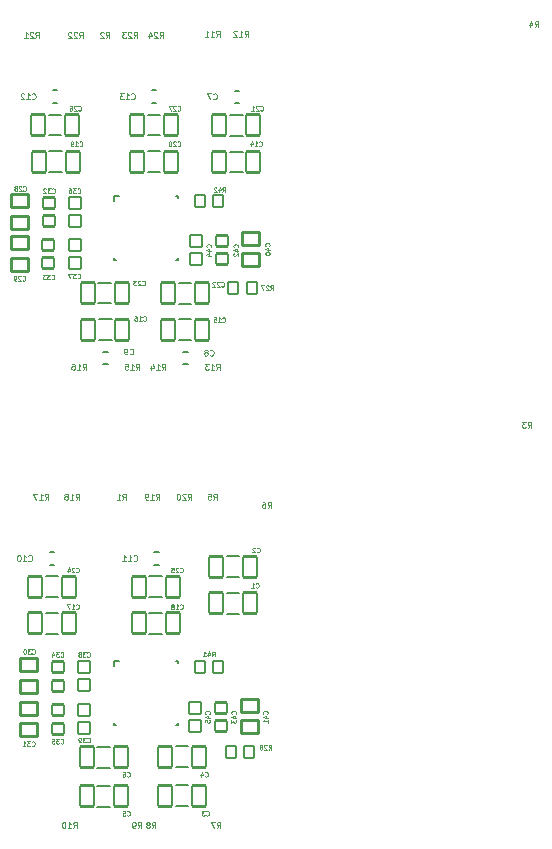
<source format=gbr>
G04 #@! TF.GenerationSoftware,KiCad,Pcbnew,8.0.6*
G04 #@! TF.CreationDate,2025-11-17T16:53:35-08:00*
G04 #@! TF.ProjectId,DAQ,4441512e-6b69-4636-9164-5f7063625858,2*
G04 #@! TF.SameCoordinates,Original*
G04 #@! TF.FileFunction,Legend,Bot*
G04 #@! TF.FilePolarity,Positive*
%FSLAX46Y46*%
G04 Gerber Fmt 4.6, Leading zero omitted, Abs format (unit mm)*
G04 Created by KiCad (PCBNEW 8.0.6) date 2025-11-17 16:53:35*
%MOMM*%
%LPD*%
G01*
G04 APERTURE LIST*
G04 Aperture macros list*
%AMRoundRect*
0 Rectangle with rounded corners*
0 $1 Rounding radius*
0 $2 $3 $4 $5 $6 $7 $8 $9 X,Y pos of 4 corners*
0 Add a 4 corners polygon primitive as box body*
4,1,4,$2,$3,$4,$5,$6,$7,$8,$9,$2,$3,0*
0 Add four circle primitives for the rounded corners*
1,1,$1+$1,$2,$3*
1,1,$1+$1,$4,$5*
1,1,$1+$1,$6,$7*
1,1,$1+$1,$8,$9*
0 Add four rect primitives between the rounded corners*
20,1,$1+$1,$2,$3,$4,$5,0*
20,1,$1+$1,$4,$5,$6,$7,0*
20,1,$1+$1,$6,$7,$8,$9,0*
20,1,$1+$1,$8,$9,$2,$3,0*%
G04 Aperture macros list end*
%ADD10C,0.125000*%
%ADD11C,0.098425*%
%ADD12C,0.127000*%
%ADD13C,0.200000*%
%ADD14C,0.152400*%
%ADD15RoundRect,0.102000X0.754000X-0.754000X0.754000X0.754000X-0.754000X0.754000X-0.754000X-0.754000X0*%
%ADD16C,1.712000*%
%ADD17C,4.420000*%
%ADD18C,5.000000*%
%ADD19RoundRect,0.076200X-0.892500X-0.892500X0.892500X-0.892500X0.892500X0.892500X-0.892500X0.892500X0*%
%ADD20C,1.937400*%
%ADD21R,0.863600X0.965200*%
%ADD22RoundRect,0.102000X0.735000X-0.555000X0.735000X0.555000X-0.735000X0.555000X-0.735000X-0.555000X0*%
%ADD23RoundRect,0.102000X-0.590000X-0.885000X0.590000X-0.885000X0.590000X0.885000X-0.590000X0.885000X0*%
%ADD24RoundRect,0.102000X0.490000X-0.460000X0.490000X0.460000X-0.490000X0.460000X-0.490000X-0.460000X0*%
%ADD25RoundRect,0.102000X-0.430000X-0.490000X0.430000X-0.490000X0.430000X0.490000X-0.430000X0.490000X0*%
%ADD26R,0.249999X0.599999*%
%ADD27R,0.599999X0.249999*%
%ADD28R,2.100001X2.100001*%
%ADD29C,0.499999*%
%ADD30RoundRect,0.102000X0.485000X-0.490000X0.485000X0.490000X-0.485000X0.490000X-0.485000X-0.490000X0*%
%ADD31R,0.655600X0.800000*%
%ADD32RoundRect,0.102000X0.430000X0.490000X-0.430000X0.490000X-0.430000X-0.490000X0.430000X-0.490000X0*%
%ADD33C,2.750000*%
%ADD34C,2.722358*%
%ADD35R,1.750000X1.750000*%
%ADD36C,1.750000*%
G04 APERTURE END LIST*
D10*
X119883333Y-130524809D02*
X120049999Y-130286714D01*
X120169047Y-130524809D02*
X120169047Y-130024809D01*
X120169047Y-130024809D02*
X119978571Y-130024809D01*
X119978571Y-130024809D02*
X119930952Y-130048619D01*
X119930952Y-130048619D02*
X119907142Y-130072428D01*
X119907142Y-130072428D02*
X119883333Y-130120047D01*
X119883333Y-130120047D02*
X119883333Y-130191476D01*
X119883333Y-130191476D02*
X119907142Y-130239095D01*
X119907142Y-130239095D02*
X119930952Y-130262904D01*
X119930952Y-130262904D02*
X119978571Y-130286714D01*
X119978571Y-130286714D02*
X120169047Y-130286714D01*
X119597618Y-130239095D02*
X119645237Y-130215285D01*
X119645237Y-130215285D02*
X119669047Y-130191476D01*
X119669047Y-130191476D02*
X119692856Y-130143857D01*
X119692856Y-130143857D02*
X119692856Y-130120047D01*
X119692856Y-130120047D02*
X119669047Y-130072428D01*
X119669047Y-130072428D02*
X119645237Y-130048619D01*
X119645237Y-130048619D02*
X119597618Y-130024809D01*
X119597618Y-130024809D02*
X119502380Y-130024809D01*
X119502380Y-130024809D02*
X119454761Y-130048619D01*
X119454761Y-130048619D02*
X119430952Y-130072428D01*
X119430952Y-130072428D02*
X119407142Y-130120047D01*
X119407142Y-130120047D02*
X119407142Y-130143857D01*
X119407142Y-130143857D02*
X119430952Y-130191476D01*
X119430952Y-130191476D02*
X119454761Y-130215285D01*
X119454761Y-130215285D02*
X119502380Y-130239095D01*
X119502380Y-130239095D02*
X119597618Y-130239095D01*
X119597618Y-130239095D02*
X119645237Y-130262904D01*
X119645237Y-130262904D02*
X119669047Y-130286714D01*
X119669047Y-130286714D02*
X119692856Y-130334333D01*
X119692856Y-130334333D02*
X119692856Y-130429571D01*
X119692856Y-130429571D02*
X119669047Y-130477190D01*
X119669047Y-130477190D02*
X119645237Y-130501000D01*
X119645237Y-130501000D02*
X119597618Y-130524809D01*
X119597618Y-130524809D02*
X119502380Y-130524809D01*
X119502380Y-130524809D02*
X119454761Y-130501000D01*
X119454761Y-130501000D02*
X119430952Y-130477190D01*
X119430952Y-130477190D02*
X119407142Y-130429571D01*
X119407142Y-130429571D02*
X119407142Y-130334333D01*
X119407142Y-130334333D02*
X119430952Y-130286714D01*
X119430952Y-130286714D02*
X119454761Y-130262904D01*
X119454761Y-130262904D02*
X119502380Y-130239095D01*
D11*
X108978092Y-76530204D02*
X108996840Y-76548952D01*
X108996840Y-76548952D02*
X109053083Y-76567699D01*
X109053083Y-76567699D02*
X109090578Y-76567699D01*
X109090578Y-76567699D02*
X109146821Y-76548952D01*
X109146821Y-76548952D02*
X109184317Y-76511456D01*
X109184317Y-76511456D02*
X109203064Y-76473961D01*
X109203064Y-76473961D02*
X109221812Y-76398970D01*
X109221812Y-76398970D02*
X109221812Y-76342727D01*
X109221812Y-76342727D02*
X109203064Y-76267737D01*
X109203064Y-76267737D02*
X109184317Y-76230241D01*
X109184317Y-76230241D02*
X109146821Y-76192746D01*
X109146821Y-76192746D02*
X109090578Y-76173998D01*
X109090578Y-76173998D02*
X109053083Y-76173998D01*
X109053083Y-76173998D02*
X108996840Y-76192746D01*
X108996840Y-76192746D02*
X108978092Y-76211494D01*
X108828111Y-76211494D02*
X108809363Y-76192746D01*
X108809363Y-76192746D02*
X108771868Y-76173998D01*
X108771868Y-76173998D02*
X108678130Y-76173998D01*
X108678130Y-76173998D02*
X108640634Y-76192746D01*
X108640634Y-76192746D02*
X108621887Y-76211494D01*
X108621887Y-76211494D02*
X108603139Y-76248989D01*
X108603139Y-76248989D02*
X108603139Y-76286484D01*
X108603139Y-76286484D02*
X108621887Y-76342727D01*
X108621887Y-76342727D02*
X108846859Y-76567699D01*
X108846859Y-76567699D02*
X108603139Y-76567699D01*
X108378167Y-76342727D02*
X108415663Y-76323980D01*
X108415663Y-76323980D02*
X108434410Y-76305232D01*
X108434410Y-76305232D02*
X108453158Y-76267737D01*
X108453158Y-76267737D02*
X108453158Y-76248989D01*
X108453158Y-76248989D02*
X108434410Y-76211494D01*
X108434410Y-76211494D02*
X108415663Y-76192746D01*
X108415663Y-76192746D02*
X108378167Y-76173998D01*
X108378167Y-76173998D02*
X108303177Y-76173998D01*
X108303177Y-76173998D02*
X108265681Y-76192746D01*
X108265681Y-76192746D02*
X108246934Y-76211494D01*
X108246934Y-76211494D02*
X108228186Y-76248989D01*
X108228186Y-76248989D02*
X108228186Y-76267737D01*
X108228186Y-76267737D02*
X108246934Y-76305232D01*
X108246934Y-76305232D02*
X108265681Y-76323980D01*
X108265681Y-76323980D02*
X108303177Y-76342727D01*
X108303177Y-76342727D02*
X108378167Y-76342727D01*
X108378167Y-76342727D02*
X108415663Y-76361475D01*
X108415663Y-76361475D02*
X108434410Y-76380223D01*
X108434410Y-76380223D02*
X108453158Y-76417718D01*
X108453158Y-76417718D02*
X108453158Y-76492709D01*
X108453158Y-76492709D02*
X108434410Y-76530204D01*
X108434410Y-76530204D02*
X108415663Y-76548952D01*
X108415663Y-76548952D02*
X108378167Y-76567699D01*
X108378167Y-76567699D02*
X108303177Y-76567699D01*
X108303177Y-76567699D02*
X108265681Y-76548952D01*
X108265681Y-76548952D02*
X108246934Y-76530204D01*
X108246934Y-76530204D02*
X108228186Y-76492709D01*
X108228186Y-76492709D02*
X108228186Y-76417718D01*
X108228186Y-76417718D02*
X108246934Y-76380223D01*
X108246934Y-76380223D02*
X108265681Y-76361475D01*
X108265681Y-76361475D02*
X108303177Y-76342727D01*
X109748094Y-115739519D02*
X109766842Y-115758267D01*
X109766842Y-115758267D02*
X109823085Y-115777014D01*
X109823085Y-115777014D02*
X109860580Y-115777014D01*
X109860580Y-115777014D02*
X109916823Y-115758267D01*
X109916823Y-115758267D02*
X109954319Y-115720771D01*
X109954319Y-115720771D02*
X109973066Y-115683276D01*
X109973066Y-115683276D02*
X109991814Y-115608285D01*
X109991814Y-115608285D02*
X109991814Y-115552042D01*
X109991814Y-115552042D02*
X109973066Y-115477052D01*
X109973066Y-115477052D02*
X109954319Y-115439556D01*
X109954319Y-115439556D02*
X109916823Y-115402061D01*
X109916823Y-115402061D02*
X109860580Y-115383313D01*
X109860580Y-115383313D02*
X109823085Y-115383313D01*
X109823085Y-115383313D02*
X109766842Y-115402061D01*
X109766842Y-115402061D02*
X109748094Y-115420809D01*
X109616861Y-115383313D02*
X109373141Y-115383313D01*
X109373141Y-115383313D02*
X109504375Y-115533295D01*
X109504375Y-115533295D02*
X109448132Y-115533295D01*
X109448132Y-115533295D02*
X109410636Y-115552042D01*
X109410636Y-115552042D02*
X109391889Y-115570790D01*
X109391889Y-115570790D02*
X109373141Y-115608285D01*
X109373141Y-115608285D02*
X109373141Y-115702024D01*
X109373141Y-115702024D02*
X109391889Y-115739519D01*
X109391889Y-115739519D02*
X109410636Y-115758267D01*
X109410636Y-115758267D02*
X109448132Y-115777014D01*
X109448132Y-115777014D02*
X109560618Y-115777014D01*
X109560618Y-115777014D02*
X109598113Y-115758267D01*
X109598113Y-115758267D02*
X109616861Y-115739519D01*
X109129422Y-115383313D02*
X109091926Y-115383313D01*
X109091926Y-115383313D02*
X109054431Y-115402061D01*
X109054431Y-115402061D02*
X109035683Y-115420809D01*
X109035683Y-115420809D02*
X109016936Y-115458304D01*
X109016936Y-115458304D02*
X108998188Y-115533295D01*
X108998188Y-115533295D02*
X108998188Y-115627033D01*
X108998188Y-115627033D02*
X109016936Y-115702024D01*
X109016936Y-115702024D02*
X109035683Y-115739519D01*
X109035683Y-115739519D02*
X109054431Y-115758267D01*
X109054431Y-115758267D02*
X109091926Y-115777014D01*
X109091926Y-115777014D02*
X109129422Y-115777014D01*
X109129422Y-115777014D02*
X109166917Y-115758267D01*
X109166917Y-115758267D02*
X109185665Y-115739519D01*
X109185665Y-115739519D02*
X109204412Y-115702024D01*
X109204412Y-115702024D02*
X109223160Y-115627033D01*
X109223160Y-115627033D02*
X109223160Y-115533295D01*
X109223160Y-115533295D02*
X109204412Y-115458304D01*
X109204412Y-115458304D02*
X109185665Y-115420809D01*
X109185665Y-115420809D02*
X109166917Y-115402061D01*
X109166917Y-115402061D02*
X109129422Y-115383313D01*
X119153092Y-87539519D02*
X119171840Y-87558267D01*
X119171840Y-87558267D02*
X119228083Y-87577014D01*
X119228083Y-87577014D02*
X119265578Y-87577014D01*
X119265578Y-87577014D02*
X119321821Y-87558267D01*
X119321821Y-87558267D02*
X119359317Y-87520771D01*
X119359317Y-87520771D02*
X119378064Y-87483276D01*
X119378064Y-87483276D02*
X119396812Y-87408285D01*
X119396812Y-87408285D02*
X119396812Y-87352042D01*
X119396812Y-87352042D02*
X119378064Y-87277052D01*
X119378064Y-87277052D02*
X119359317Y-87239556D01*
X119359317Y-87239556D02*
X119321821Y-87202061D01*
X119321821Y-87202061D02*
X119265578Y-87183313D01*
X119265578Y-87183313D02*
X119228083Y-87183313D01*
X119228083Y-87183313D02*
X119171840Y-87202061D01*
X119171840Y-87202061D02*
X119153092Y-87220809D01*
X118778139Y-87577014D02*
X119003111Y-87577014D01*
X118890625Y-87577014D02*
X118890625Y-87183313D01*
X118890625Y-87183313D02*
X118928120Y-87239556D01*
X118928120Y-87239556D02*
X118965616Y-87277052D01*
X118965616Y-87277052D02*
X119003111Y-87295799D01*
X118440681Y-87183313D02*
X118515672Y-87183313D01*
X118515672Y-87183313D02*
X118553167Y-87202061D01*
X118553167Y-87202061D02*
X118571915Y-87220809D01*
X118571915Y-87220809D02*
X118609410Y-87277052D01*
X118609410Y-87277052D02*
X118628158Y-87352042D01*
X118628158Y-87352042D02*
X118628158Y-87502024D01*
X118628158Y-87502024D02*
X118609410Y-87539519D01*
X118609410Y-87539519D02*
X118590663Y-87558267D01*
X118590663Y-87558267D02*
X118553167Y-87577014D01*
X118553167Y-87577014D02*
X118478177Y-87577014D01*
X118478177Y-87577014D02*
X118440681Y-87558267D01*
X118440681Y-87558267D02*
X118421934Y-87539519D01*
X118421934Y-87539519D02*
X118403186Y-87502024D01*
X118403186Y-87502024D02*
X118403186Y-87408285D01*
X118403186Y-87408285D02*
X118421934Y-87370790D01*
X118421934Y-87370790D02*
X118440681Y-87352042D01*
X118440681Y-87352042D02*
X118478177Y-87333295D01*
X118478177Y-87333295D02*
X118553167Y-87333295D01*
X118553167Y-87333295D02*
X118590663Y-87352042D01*
X118590663Y-87352042D02*
X118609410Y-87370790D01*
X118609410Y-87370790D02*
X118628158Y-87408285D01*
X122253092Y-108839519D02*
X122271840Y-108858267D01*
X122271840Y-108858267D02*
X122328083Y-108877014D01*
X122328083Y-108877014D02*
X122365578Y-108877014D01*
X122365578Y-108877014D02*
X122421821Y-108858267D01*
X122421821Y-108858267D02*
X122459317Y-108820771D01*
X122459317Y-108820771D02*
X122478064Y-108783276D01*
X122478064Y-108783276D02*
X122496812Y-108708285D01*
X122496812Y-108708285D02*
X122496812Y-108652042D01*
X122496812Y-108652042D02*
X122478064Y-108577052D01*
X122478064Y-108577052D02*
X122459317Y-108539556D01*
X122459317Y-108539556D02*
X122421821Y-108502061D01*
X122421821Y-108502061D02*
X122365578Y-108483313D01*
X122365578Y-108483313D02*
X122328083Y-108483313D01*
X122328083Y-108483313D02*
X122271840Y-108502061D01*
X122271840Y-108502061D02*
X122253092Y-108520809D01*
X122103111Y-108520809D02*
X122084363Y-108502061D01*
X122084363Y-108502061D02*
X122046868Y-108483313D01*
X122046868Y-108483313D02*
X121953130Y-108483313D01*
X121953130Y-108483313D02*
X121915634Y-108502061D01*
X121915634Y-108502061D02*
X121896887Y-108520809D01*
X121896887Y-108520809D02*
X121878139Y-108558304D01*
X121878139Y-108558304D02*
X121878139Y-108595799D01*
X121878139Y-108595799D02*
X121896887Y-108652042D01*
X121896887Y-108652042D02*
X122121859Y-108877014D01*
X122121859Y-108877014D02*
X121878139Y-108877014D01*
X121521934Y-108483313D02*
X121709410Y-108483313D01*
X121709410Y-108483313D02*
X121728158Y-108670790D01*
X121728158Y-108670790D02*
X121709410Y-108652042D01*
X121709410Y-108652042D02*
X121671915Y-108633295D01*
X121671915Y-108633295D02*
X121578177Y-108633295D01*
X121578177Y-108633295D02*
X121540681Y-108652042D01*
X121540681Y-108652042D02*
X121521934Y-108670790D01*
X121521934Y-108670790D02*
X121503186Y-108708285D01*
X121503186Y-108708285D02*
X121503186Y-108802024D01*
X121503186Y-108802024D02*
X121521934Y-108839519D01*
X121521934Y-108839519D02*
X121540681Y-108858267D01*
X121540681Y-108858267D02*
X121578177Y-108877014D01*
X121578177Y-108877014D02*
X121671915Y-108877014D01*
X121671915Y-108877014D02*
X121709410Y-108858267D01*
X121709410Y-108858267D02*
X121728158Y-108839519D01*
X111428092Y-76730204D02*
X111446840Y-76748952D01*
X111446840Y-76748952D02*
X111503083Y-76767699D01*
X111503083Y-76767699D02*
X111540578Y-76767699D01*
X111540578Y-76767699D02*
X111596821Y-76748952D01*
X111596821Y-76748952D02*
X111634317Y-76711456D01*
X111634317Y-76711456D02*
X111653064Y-76673961D01*
X111653064Y-76673961D02*
X111671812Y-76598970D01*
X111671812Y-76598970D02*
X111671812Y-76542727D01*
X111671812Y-76542727D02*
X111653064Y-76467737D01*
X111653064Y-76467737D02*
X111634317Y-76430241D01*
X111634317Y-76430241D02*
X111596821Y-76392746D01*
X111596821Y-76392746D02*
X111540578Y-76373998D01*
X111540578Y-76373998D02*
X111503083Y-76373998D01*
X111503083Y-76373998D02*
X111446840Y-76392746D01*
X111446840Y-76392746D02*
X111428092Y-76411494D01*
X111296859Y-76373998D02*
X111053139Y-76373998D01*
X111053139Y-76373998D02*
X111184373Y-76523980D01*
X111184373Y-76523980D02*
X111128130Y-76523980D01*
X111128130Y-76523980D02*
X111090634Y-76542727D01*
X111090634Y-76542727D02*
X111071887Y-76561475D01*
X111071887Y-76561475D02*
X111053139Y-76598970D01*
X111053139Y-76598970D02*
X111053139Y-76692709D01*
X111053139Y-76692709D02*
X111071887Y-76730204D01*
X111071887Y-76730204D02*
X111090634Y-76748952D01*
X111090634Y-76748952D02*
X111128130Y-76767699D01*
X111128130Y-76767699D02*
X111240616Y-76767699D01*
X111240616Y-76767699D02*
X111278111Y-76748952D01*
X111278111Y-76748952D02*
X111296859Y-76730204D01*
X110903158Y-76411494D02*
X110884410Y-76392746D01*
X110884410Y-76392746D02*
X110846915Y-76373998D01*
X110846915Y-76373998D02*
X110753177Y-76373998D01*
X110753177Y-76373998D02*
X110715681Y-76392746D01*
X110715681Y-76392746D02*
X110696934Y-76411494D01*
X110696934Y-76411494D02*
X110678186Y-76448989D01*
X110678186Y-76448989D02*
X110678186Y-76486484D01*
X110678186Y-76486484D02*
X110696934Y-76542727D01*
X110696934Y-76542727D02*
X110921906Y-76767699D01*
X110921906Y-76767699D02*
X110678186Y-76767699D01*
X113453092Y-111939519D02*
X113471840Y-111958267D01*
X113471840Y-111958267D02*
X113528083Y-111977014D01*
X113528083Y-111977014D02*
X113565578Y-111977014D01*
X113565578Y-111977014D02*
X113621821Y-111958267D01*
X113621821Y-111958267D02*
X113659317Y-111920771D01*
X113659317Y-111920771D02*
X113678064Y-111883276D01*
X113678064Y-111883276D02*
X113696812Y-111808285D01*
X113696812Y-111808285D02*
X113696812Y-111752042D01*
X113696812Y-111752042D02*
X113678064Y-111677052D01*
X113678064Y-111677052D02*
X113659317Y-111639556D01*
X113659317Y-111639556D02*
X113621821Y-111602061D01*
X113621821Y-111602061D02*
X113565578Y-111583313D01*
X113565578Y-111583313D02*
X113528083Y-111583313D01*
X113528083Y-111583313D02*
X113471840Y-111602061D01*
X113471840Y-111602061D02*
X113453092Y-111620809D01*
X113078139Y-111977014D02*
X113303111Y-111977014D01*
X113190625Y-111977014D02*
X113190625Y-111583313D01*
X113190625Y-111583313D02*
X113228120Y-111639556D01*
X113228120Y-111639556D02*
X113265616Y-111677052D01*
X113265616Y-111677052D02*
X113303111Y-111695799D01*
X112946906Y-111583313D02*
X112684438Y-111583313D01*
X112684438Y-111583313D02*
X112853167Y-111977014D01*
X124465616Y-129439519D02*
X124484364Y-129458267D01*
X124484364Y-129458267D02*
X124540607Y-129477014D01*
X124540607Y-129477014D02*
X124578102Y-129477014D01*
X124578102Y-129477014D02*
X124634345Y-129458267D01*
X124634345Y-129458267D02*
X124671841Y-129420771D01*
X124671841Y-129420771D02*
X124690588Y-129383276D01*
X124690588Y-129383276D02*
X124709336Y-129308285D01*
X124709336Y-129308285D02*
X124709336Y-129252042D01*
X124709336Y-129252042D02*
X124690588Y-129177052D01*
X124690588Y-129177052D02*
X124671841Y-129139556D01*
X124671841Y-129139556D02*
X124634345Y-129102061D01*
X124634345Y-129102061D02*
X124578102Y-129083313D01*
X124578102Y-129083313D02*
X124540607Y-129083313D01*
X124540607Y-129083313D02*
X124484364Y-129102061D01*
X124484364Y-129102061D02*
X124465616Y-129120809D01*
X124334383Y-129083313D02*
X124090663Y-129083313D01*
X124090663Y-129083313D02*
X124221897Y-129233295D01*
X124221897Y-129233295D02*
X124165654Y-129233295D01*
X124165654Y-129233295D02*
X124128158Y-129252042D01*
X124128158Y-129252042D02*
X124109411Y-129270790D01*
X124109411Y-129270790D02*
X124090663Y-129308285D01*
X124090663Y-129308285D02*
X124090663Y-129402024D01*
X124090663Y-129402024D02*
X124109411Y-129439519D01*
X124109411Y-129439519D02*
X124128158Y-129458267D01*
X124128158Y-129458267D02*
X124165654Y-129477014D01*
X124165654Y-129477014D02*
X124278140Y-129477014D01*
X124278140Y-129477014D02*
X124315635Y-129458267D01*
X124315635Y-129458267D02*
X124334383Y-129439519D01*
X124953092Y-115977014D02*
X125084326Y-115789538D01*
X125178064Y-115977014D02*
X125178064Y-115583313D01*
X125178064Y-115583313D02*
X125028083Y-115583313D01*
X125028083Y-115583313D02*
X124990588Y-115602061D01*
X124990588Y-115602061D02*
X124971840Y-115620809D01*
X124971840Y-115620809D02*
X124953092Y-115658304D01*
X124953092Y-115658304D02*
X124953092Y-115714547D01*
X124953092Y-115714547D02*
X124971840Y-115752042D01*
X124971840Y-115752042D02*
X124990588Y-115770790D01*
X124990588Y-115770790D02*
X125028083Y-115789538D01*
X125028083Y-115789538D02*
X125178064Y-115789538D01*
X124615634Y-115714547D02*
X124615634Y-115977014D01*
X124709373Y-115564566D02*
X124803111Y-115845781D01*
X124803111Y-115845781D02*
X124559391Y-115845781D01*
X124203186Y-115977014D02*
X124428158Y-115977014D01*
X124315672Y-115977014D02*
X124315672Y-115583313D01*
X124315672Y-115583313D02*
X124353167Y-115639556D01*
X124353167Y-115639556D02*
X124390663Y-115677052D01*
X124390663Y-115677052D02*
X124428158Y-115695799D01*
D10*
X127721428Y-63524809D02*
X127888094Y-63286714D01*
X128007142Y-63524809D02*
X128007142Y-63024809D01*
X128007142Y-63024809D02*
X127816666Y-63024809D01*
X127816666Y-63024809D02*
X127769047Y-63048619D01*
X127769047Y-63048619D02*
X127745237Y-63072428D01*
X127745237Y-63072428D02*
X127721428Y-63120047D01*
X127721428Y-63120047D02*
X127721428Y-63191476D01*
X127721428Y-63191476D02*
X127745237Y-63239095D01*
X127745237Y-63239095D02*
X127769047Y-63262904D01*
X127769047Y-63262904D02*
X127816666Y-63286714D01*
X127816666Y-63286714D02*
X128007142Y-63286714D01*
X127245237Y-63524809D02*
X127530951Y-63524809D01*
X127388094Y-63524809D02*
X127388094Y-63024809D01*
X127388094Y-63024809D02*
X127435713Y-63096238D01*
X127435713Y-63096238D02*
X127483332Y-63143857D01*
X127483332Y-63143857D02*
X127530951Y-63167666D01*
X127054761Y-63072428D02*
X127030952Y-63048619D01*
X127030952Y-63048619D02*
X126983333Y-63024809D01*
X126983333Y-63024809D02*
X126864285Y-63024809D01*
X126864285Y-63024809D02*
X126816666Y-63048619D01*
X126816666Y-63048619D02*
X126792857Y-63072428D01*
X126792857Y-63072428D02*
X126769047Y-63120047D01*
X126769047Y-63120047D02*
X126769047Y-63167666D01*
X126769047Y-63167666D02*
X126792857Y-63239095D01*
X126792857Y-63239095D02*
X127078571Y-63524809D01*
X127078571Y-63524809D02*
X126769047Y-63524809D01*
D11*
X117765616Y-126139519D02*
X117784364Y-126158267D01*
X117784364Y-126158267D02*
X117840607Y-126177014D01*
X117840607Y-126177014D02*
X117878102Y-126177014D01*
X117878102Y-126177014D02*
X117934345Y-126158267D01*
X117934345Y-126158267D02*
X117971841Y-126120771D01*
X117971841Y-126120771D02*
X117990588Y-126083276D01*
X117990588Y-126083276D02*
X118009336Y-126008285D01*
X118009336Y-126008285D02*
X118009336Y-125952042D01*
X118009336Y-125952042D02*
X117990588Y-125877052D01*
X117990588Y-125877052D02*
X117971841Y-125839556D01*
X117971841Y-125839556D02*
X117934345Y-125802061D01*
X117934345Y-125802061D02*
X117878102Y-125783313D01*
X117878102Y-125783313D02*
X117840607Y-125783313D01*
X117840607Y-125783313D02*
X117784364Y-125802061D01*
X117784364Y-125802061D02*
X117765616Y-125820809D01*
X117428158Y-125783313D02*
X117503149Y-125783313D01*
X117503149Y-125783313D02*
X117540644Y-125802061D01*
X117540644Y-125802061D02*
X117559392Y-125820809D01*
X117559392Y-125820809D02*
X117596887Y-125877052D01*
X117596887Y-125877052D02*
X117615635Y-125952042D01*
X117615635Y-125952042D02*
X117615635Y-126102024D01*
X117615635Y-126102024D02*
X117596887Y-126139519D01*
X117596887Y-126139519D02*
X117578140Y-126158267D01*
X117578140Y-126158267D02*
X117540644Y-126177014D01*
X117540644Y-126177014D02*
X117465654Y-126177014D01*
X117465654Y-126177014D02*
X117428158Y-126158267D01*
X117428158Y-126158267D02*
X117409411Y-126139519D01*
X117409411Y-126139519D02*
X117390663Y-126102024D01*
X117390663Y-126102024D02*
X117390663Y-126008285D01*
X117390663Y-126008285D02*
X117409411Y-125970790D01*
X117409411Y-125970790D02*
X117428158Y-125952042D01*
X117428158Y-125952042D02*
X117465654Y-125933295D01*
X117465654Y-125933295D02*
X117540644Y-125933295D01*
X117540644Y-125933295D02*
X117578140Y-125952042D01*
X117578140Y-125952042D02*
X117596887Y-125970790D01*
X117596887Y-125970790D02*
X117615635Y-126008285D01*
X129053092Y-69739519D02*
X129071840Y-69758267D01*
X129071840Y-69758267D02*
X129128083Y-69777014D01*
X129128083Y-69777014D02*
X129165578Y-69777014D01*
X129165578Y-69777014D02*
X129221821Y-69758267D01*
X129221821Y-69758267D02*
X129259317Y-69720771D01*
X129259317Y-69720771D02*
X129278064Y-69683276D01*
X129278064Y-69683276D02*
X129296812Y-69608285D01*
X129296812Y-69608285D02*
X129296812Y-69552042D01*
X129296812Y-69552042D02*
X129278064Y-69477052D01*
X129278064Y-69477052D02*
X129259317Y-69439556D01*
X129259317Y-69439556D02*
X129221821Y-69402061D01*
X129221821Y-69402061D02*
X129165578Y-69383313D01*
X129165578Y-69383313D02*
X129128083Y-69383313D01*
X129128083Y-69383313D02*
X129071840Y-69402061D01*
X129071840Y-69402061D02*
X129053092Y-69420809D01*
X128903111Y-69420809D02*
X128884363Y-69402061D01*
X128884363Y-69402061D02*
X128846868Y-69383313D01*
X128846868Y-69383313D02*
X128753130Y-69383313D01*
X128753130Y-69383313D02*
X128715634Y-69402061D01*
X128715634Y-69402061D02*
X128696887Y-69420809D01*
X128696887Y-69420809D02*
X128678139Y-69458304D01*
X128678139Y-69458304D02*
X128678139Y-69495799D01*
X128678139Y-69495799D02*
X128696887Y-69552042D01*
X128696887Y-69552042D02*
X128921859Y-69777014D01*
X128921859Y-69777014D02*
X128678139Y-69777014D01*
X128303186Y-69777014D02*
X128528158Y-69777014D01*
X128415672Y-69777014D02*
X128415672Y-69383313D01*
X128415672Y-69383313D02*
X128453167Y-69439556D01*
X128453167Y-69439556D02*
X128490663Y-69477052D01*
X128490663Y-69477052D02*
X128528158Y-69495799D01*
X114398094Y-123239519D02*
X114416842Y-123258267D01*
X114416842Y-123258267D02*
X114473085Y-123277014D01*
X114473085Y-123277014D02*
X114510580Y-123277014D01*
X114510580Y-123277014D02*
X114566823Y-123258267D01*
X114566823Y-123258267D02*
X114604319Y-123220771D01*
X114604319Y-123220771D02*
X114623066Y-123183276D01*
X114623066Y-123183276D02*
X114641814Y-123108285D01*
X114641814Y-123108285D02*
X114641814Y-123052042D01*
X114641814Y-123052042D02*
X114623066Y-122977052D01*
X114623066Y-122977052D02*
X114604319Y-122939556D01*
X114604319Y-122939556D02*
X114566823Y-122902061D01*
X114566823Y-122902061D02*
X114510580Y-122883313D01*
X114510580Y-122883313D02*
X114473085Y-122883313D01*
X114473085Y-122883313D02*
X114416842Y-122902061D01*
X114416842Y-122902061D02*
X114398094Y-122920809D01*
X114266861Y-122883313D02*
X114023141Y-122883313D01*
X114023141Y-122883313D02*
X114154375Y-123033295D01*
X114154375Y-123033295D02*
X114098132Y-123033295D01*
X114098132Y-123033295D02*
X114060636Y-123052042D01*
X114060636Y-123052042D02*
X114041889Y-123070790D01*
X114041889Y-123070790D02*
X114023141Y-123108285D01*
X114023141Y-123108285D02*
X114023141Y-123202024D01*
X114023141Y-123202024D02*
X114041889Y-123239519D01*
X114041889Y-123239519D02*
X114060636Y-123258267D01*
X114060636Y-123258267D02*
X114098132Y-123277014D01*
X114098132Y-123277014D02*
X114210618Y-123277014D01*
X114210618Y-123277014D02*
X114248113Y-123258267D01*
X114248113Y-123258267D02*
X114266861Y-123239519D01*
X113835665Y-123277014D02*
X113760674Y-123277014D01*
X113760674Y-123277014D02*
X113723179Y-123258267D01*
X113723179Y-123258267D02*
X113704431Y-123239519D01*
X113704431Y-123239519D02*
X113666936Y-123183276D01*
X113666936Y-123183276D02*
X113648188Y-123108285D01*
X113648188Y-123108285D02*
X113648188Y-122958304D01*
X113648188Y-122958304D02*
X113666936Y-122920809D01*
X113666936Y-122920809D02*
X113685683Y-122902061D01*
X113685683Y-122902061D02*
X113723179Y-122883313D01*
X113723179Y-122883313D02*
X113798169Y-122883313D01*
X113798169Y-122883313D02*
X113835665Y-122902061D01*
X113835665Y-122902061D02*
X113854412Y-122920809D01*
X113854412Y-122920809D02*
X113873160Y-122958304D01*
X113873160Y-122958304D02*
X113873160Y-123052042D01*
X113873160Y-123052042D02*
X113854412Y-123089538D01*
X113854412Y-123089538D02*
X113835665Y-123108285D01*
X113835665Y-123108285D02*
X113798169Y-123127033D01*
X113798169Y-123127033D02*
X113723179Y-123127033D01*
X113723179Y-123127033D02*
X113685683Y-123108285D01*
X113685683Y-123108285D02*
X113666936Y-123089538D01*
X113666936Y-123089538D02*
X113648188Y-123052042D01*
D10*
X117383333Y-102724809D02*
X117549999Y-102486714D01*
X117669047Y-102724809D02*
X117669047Y-102224809D01*
X117669047Y-102224809D02*
X117478571Y-102224809D01*
X117478571Y-102224809D02*
X117430952Y-102248619D01*
X117430952Y-102248619D02*
X117407142Y-102272428D01*
X117407142Y-102272428D02*
X117383333Y-102320047D01*
X117383333Y-102320047D02*
X117383333Y-102391476D01*
X117383333Y-102391476D02*
X117407142Y-102439095D01*
X117407142Y-102439095D02*
X117430952Y-102462904D01*
X117430952Y-102462904D02*
X117478571Y-102486714D01*
X117478571Y-102486714D02*
X117669047Y-102486714D01*
X116907142Y-102724809D02*
X117192856Y-102724809D01*
X117049999Y-102724809D02*
X117049999Y-102224809D01*
X117049999Y-102224809D02*
X117097618Y-102296238D01*
X117097618Y-102296238D02*
X117145237Y-102343857D01*
X117145237Y-102343857D02*
X117192856Y-102367666D01*
D11*
X128665616Y-110139519D02*
X128684364Y-110158267D01*
X128684364Y-110158267D02*
X128740607Y-110177014D01*
X128740607Y-110177014D02*
X128778102Y-110177014D01*
X128778102Y-110177014D02*
X128834345Y-110158267D01*
X128834345Y-110158267D02*
X128871841Y-110120771D01*
X128871841Y-110120771D02*
X128890588Y-110083276D01*
X128890588Y-110083276D02*
X128909336Y-110008285D01*
X128909336Y-110008285D02*
X128909336Y-109952042D01*
X128909336Y-109952042D02*
X128890588Y-109877052D01*
X128890588Y-109877052D02*
X128871841Y-109839556D01*
X128871841Y-109839556D02*
X128834345Y-109802061D01*
X128834345Y-109802061D02*
X128778102Y-109783313D01*
X128778102Y-109783313D02*
X128740607Y-109783313D01*
X128740607Y-109783313D02*
X128684364Y-109802061D01*
X128684364Y-109802061D02*
X128665616Y-109820809D01*
X128290663Y-110177014D02*
X128515635Y-110177014D01*
X128403149Y-110177014D02*
X128403149Y-109783313D01*
X128403149Y-109783313D02*
X128440644Y-109839556D01*
X128440644Y-109839556D02*
X128478140Y-109877052D01*
X128478140Y-109877052D02*
X128515635Y-109895799D01*
D10*
X125321428Y-63524809D02*
X125488094Y-63286714D01*
X125607142Y-63524809D02*
X125607142Y-63024809D01*
X125607142Y-63024809D02*
X125416666Y-63024809D01*
X125416666Y-63024809D02*
X125369047Y-63048619D01*
X125369047Y-63048619D02*
X125345237Y-63072428D01*
X125345237Y-63072428D02*
X125321428Y-63120047D01*
X125321428Y-63120047D02*
X125321428Y-63191476D01*
X125321428Y-63191476D02*
X125345237Y-63239095D01*
X125345237Y-63239095D02*
X125369047Y-63262904D01*
X125369047Y-63262904D02*
X125416666Y-63286714D01*
X125416666Y-63286714D02*
X125607142Y-63286714D01*
X124845237Y-63524809D02*
X125130951Y-63524809D01*
X124988094Y-63524809D02*
X124988094Y-63024809D01*
X124988094Y-63024809D02*
X125035713Y-63096238D01*
X125035713Y-63096238D02*
X125083332Y-63143857D01*
X125083332Y-63143857D02*
X125130951Y-63167666D01*
X124369047Y-63524809D02*
X124654761Y-63524809D01*
X124511904Y-63524809D02*
X124511904Y-63024809D01*
X124511904Y-63024809D02*
X124559523Y-63096238D01*
X124559523Y-63096238D02*
X124607142Y-63143857D01*
X124607142Y-63143857D02*
X124654761Y-63167666D01*
X118121428Y-68777190D02*
X118145237Y-68801000D01*
X118145237Y-68801000D02*
X118216666Y-68824809D01*
X118216666Y-68824809D02*
X118264285Y-68824809D01*
X118264285Y-68824809D02*
X118335713Y-68801000D01*
X118335713Y-68801000D02*
X118383332Y-68753380D01*
X118383332Y-68753380D02*
X118407142Y-68705761D01*
X118407142Y-68705761D02*
X118430951Y-68610523D01*
X118430951Y-68610523D02*
X118430951Y-68539095D01*
X118430951Y-68539095D02*
X118407142Y-68443857D01*
X118407142Y-68443857D02*
X118383332Y-68396238D01*
X118383332Y-68396238D02*
X118335713Y-68348619D01*
X118335713Y-68348619D02*
X118264285Y-68324809D01*
X118264285Y-68324809D02*
X118216666Y-68324809D01*
X118216666Y-68324809D02*
X118145237Y-68348619D01*
X118145237Y-68348619D02*
X118121428Y-68372428D01*
X117645237Y-68824809D02*
X117930951Y-68824809D01*
X117788094Y-68824809D02*
X117788094Y-68324809D01*
X117788094Y-68324809D02*
X117835713Y-68396238D01*
X117835713Y-68396238D02*
X117883332Y-68443857D01*
X117883332Y-68443857D02*
X117930951Y-68467666D01*
X117478571Y-68324809D02*
X117169047Y-68324809D01*
X117169047Y-68324809D02*
X117335714Y-68515285D01*
X117335714Y-68515285D02*
X117264285Y-68515285D01*
X117264285Y-68515285D02*
X117216666Y-68539095D01*
X117216666Y-68539095D02*
X117192857Y-68562904D01*
X117192857Y-68562904D02*
X117169047Y-68610523D01*
X117169047Y-68610523D02*
X117169047Y-68729571D01*
X117169047Y-68729571D02*
X117192857Y-68777190D01*
X117192857Y-68777190D02*
X117216666Y-68801000D01*
X117216666Y-68801000D02*
X117264285Y-68824809D01*
X117264285Y-68824809D02*
X117407142Y-68824809D01*
X117407142Y-68824809D02*
X117454761Y-68801000D01*
X117454761Y-68801000D02*
X117478571Y-68777190D01*
D11*
X113653092Y-69739519D02*
X113671840Y-69758267D01*
X113671840Y-69758267D02*
X113728083Y-69777014D01*
X113728083Y-69777014D02*
X113765578Y-69777014D01*
X113765578Y-69777014D02*
X113821821Y-69758267D01*
X113821821Y-69758267D02*
X113859317Y-69720771D01*
X113859317Y-69720771D02*
X113878064Y-69683276D01*
X113878064Y-69683276D02*
X113896812Y-69608285D01*
X113896812Y-69608285D02*
X113896812Y-69552042D01*
X113896812Y-69552042D02*
X113878064Y-69477052D01*
X113878064Y-69477052D02*
X113859317Y-69439556D01*
X113859317Y-69439556D02*
X113821821Y-69402061D01*
X113821821Y-69402061D02*
X113765578Y-69383313D01*
X113765578Y-69383313D02*
X113728083Y-69383313D01*
X113728083Y-69383313D02*
X113671840Y-69402061D01*
X113671840Y-69402061D02*
X113653092Y-69420809D01*
X113503111Y-69420809D02*
X113484363Y-69402061D01*
X113484363Y-69402061D02*
X113446868Y-69383313D01*
X113446868Y-69383313D02*
X113353130Y-69383313D01*
X113353130Y-69383313D02*
X113315634Y-69402061D01*
X113315634Y-69402061D02*
X113296887Y-69420809D01*
X113296887Y-69420809D02*
X113278139Y-69458304D01*
X113278139Y-69458304D02*
X113278139Y-69495799D01*
X113278139Y-69495799D02*
X113296887Y-69552042D01*
X113296887Y-69552042D02*
X113521859Y-69777014D01*
X113521859Y-69777014D02*
X113278139Y-69777014D01*
X112940681Y-69383313D02*
X113015672Y-69383313D01*
X113015672Y-69383313D02*
X113053167Y-69402061D01*
X113053167Y-69402061D02*
X113071915Y-69420809D01*
X113071915Y-69420809D02*
X113109410Y-69477052D01*
X113109410Y-69477052D02*
X113128158Y-69552042D01*
X113128158Y-69552042D02*
X113128158Y-69702024D01*
X113128158Y-69702024D02*
X113109410Y-69739519D01*
X113109410Y-69739519D02*
X113090663Y-69758267D01*
X113090663Y-69758267D02*
X113053167Y-69777014D01*
X113053167Y-69777014D02*
X112978177Y-69777014D01*
X112978177Y-69777014D02*
X112940681Y-69758267D01*
X112940681Y-69758267D02*
X112921934Y-69739519D01*
X112921934Y-69739519D02*
X112903186Y-69702024D01*
X112903186Y-69702024D02*
X112903186Y-69608285D01*
X112903186Y-69608285D02*
X112921934Y-69570790D01*
X112921934Y-69570790D02*
X112940681Y-69552042D01*
X112940681Y-69552042D02*
X112978177Y-69533295D01*
X112978177Y-69533295D02*
X113053167Y-69533295D01*
X113053167Y-69533295D02*
X113090663Y-69552042D01*
X113090663Y-69552042D02*
X113109410Y-69570790D01*
X113109410Y-69570790D02*
X113128158Y-69608285D01*
X113453092Y-108839519D02*
X113471840Y-108858267D01*
X113471840Y-108858267D02*
X113528083Y-108877014D01*
X113528083Y-108877014D02*
X113565578Y-108877014D01*
X113565578Y-108877014D02*
X113621821Y-108858267D01*
X113621821Y-108858267D02*
X113659317Y-108820771D01*
X113659317Y-108820771D02*
X113678064Y-108783276D01*
X113678064Y-108783276D02*
X113696812Y-108708285D01*
X113696812Y-108708285D02*
X113696812Y-108652042D01*
X113696812Y-108652042D02*
X113678064Y-108577052D01*
X113678064Y-108577052D02*
X113659317Y-108539556D01*
X113659317Y-108539556D02*
X113621821Y-108502061D01*
X113621821Y-108502061D02*
X113565578Y-108483313D01*
X113565578Y-108483313D02*
X113528083Y-108483313D01*
X113528083Y-108483313D02*
X113471840Y-108502061D01*
X113471840Y-108502061D02*
X113453092Y-108520809D01*
X113303111Y-108520809D02*
X113284363Y-108502061D01*
X113284363Y-108502061D02*
X113246868Y-108483313D01*
X113246868Y-108483313D02*
X113153130Y-108483313D01*
X113153130Y-108483313D02*
X113115634Y-108502061D01*
X113115634Y-108502061D02*
X113096887Y-108520809D01*
X113096887Y-108520809D02*
X113078139Y-108558304D01*
X113078139Y-108558304D02*
X113078139Y-108595799D01*
X113078139Y-108595799D02*
X113096887Y-108652042D01*
X113096887Y-108652042D02*
X113321859Y-108877014D01*
X113321859Y-108877014D02*
X113078139Y-108877014D01*
X112740681Y-108614547D02*
X112740681Y-108877014D01*
X112834420Y-108464566D02*
X112928158Y-108745781D01*
X112928158Y-108745781D02*
X112684438Y-108745781D01*
D10*
X113421428Y-102724809D02*
X113588094Y-102486714D01*
X113707142Y-102724809D02*
X113707142Y-102224809D01*
X113707142Y-102224809D02*
X113516666Y-102224809D01*
X113516666Y-102224809D02*
X113469047Y-102248619D01*
X113469047Y-102248619D02*
X113445237Y-102272428D01*
X113445237Y-102272428D02*
X113421428Y-102320047D01*
X113421428Y-102320047D02*
X113421428Y-102391476D01*
X113421428Y-102391476D02*
X113445237Y-102439095D01*
X113445237Y-102439095D02*
X113469047Y-102462904D01*
X113469047Y-102462904D02*
X113516666Y-102486714D01*
X113516666Y-102486714D02*
X113707142Y-102486714D01*
X112945237Y-102724809D02*
X113230951Y-102724809D01*
X113088094Y-102724809D02*
X113088094Y-102224809D01*
X113088094Y-102224809D02*
X113135713Y-102296238D01*
X113135713Y-102296238D02*
X113183332Y-102343857D01*
X113183332Y-102343857D02*
X113230951Y-102367666D01*
X112659523Y-102439095D02*
X112707142Y-102415285D01*
X112707142Y-102415285D02*
X112730952Y-102391476D01*
X112730952Y-102391476D02*
X112754761Y-102343857D01*
X112754761Y-102343857D02*
X112754761Y-102320047D01*
X112754761Y-102320047D02*
X112730952Y-102272428D01*
X112730952Y-102272428D02*
X112707142Y-102248619D01*
X112707142Y-102248619D02*
X112659523Y-102224809D01*
X112659523Y-102224809D02*
X112564285Y-102224809D01*
X112564285Y-102224809D02*
X112516666Y-102248619D01*
X112516666Y-102248619D02*
X112492857Y-102272428D01*
X112492857Y-102272428D02*
X112469047Y-102320047D01*
X112469047Y-102320047D02*
X112469047Y-102343857D01*
X112469047Y-102343857D02*
X112492857Y-102391476D01*
X112492857Y-102391476D02*
X112516666Y-102415285D01*
X112516666Y-102415285D02*
X112564285Y-102439095D01*
X112564285Y-102439095D02*
X112659523Y-102439095D01*
X112659523Y-102439095D02*
X112707142Y-102462904D01*
X112707142Y-102462904D02*
X112730952Y-102486714D01*
X112730952Y-102486714D02*
X112754761Y-102534333D01*
X112754761Y-102534333D02*
X112754761Y-102629571D01*
X112754761Y-102629571D02*
X112730952Y-102677190D01*
X112730952Y-102677190D02*
X112707142Y-102701000D01*
X112707142Y-102701000D02*
X112659523Y-102724809D01*
X112659523Y-102724809D02*
X112564285Y-102724809D01*
X112564285Y-102724809D02*
X112516666Y-102701000D01*
X112516666Y-102701000D02*
X112492857Y-102677190D01*
X112492857Y-102677190D02*
X112469047Y-102629571D01*
X112469047Y-102629571D02*
X112469047Y-102534333D01*
X112469047Y-102534333D02*
X112492857Y-102486714D01*
X112492857Y-102486714D02*
X112516666Y-102462904D01*
X112516666Y-102462904D02*
X112564285Y-102439095D01*
X125083333Y-102724809D02*
X125249999Y-102486714D01*
X125369047Y-102724809D02*
X125369047Y-102224809D01*
X125369047Y-102224809D02*
X125178571Y-102224809D01*
X125178571Y-102224809D02*
X125130952Y-102248619D01*
X125130952Y-102248619D02*
X125107142Y-102272428D01*
X125107142Y-102272428D02*
X125083333Y-102320047D01*
X125083333Y-102320047D02*
X125083333Y-102391476D01*
X125083333Y-102391476D02*
X125107142Y-102439095D01*
X125107142Y-102439095D02*
X125130952Y-102462904D01*
X125130952Y-102462904D02*
X125178571Y-102486714D01*
X125178571Y-102486714D02*
X125369047Y-102486714D01*
X124630952Y-102224809D02*
X124869047Y-102224809D01*
X124869047Y-102224809D02*
X124892856Y-102462904D01*
X124892856Y-102462904D02*
X124869047Y-102439095D01*
X124869047Y-102439095D02*
X124821428Y-102415285D01*
X124821428Y-102415285D02*
X124702380Y-102415285D01*
X124702380Y-102415285D02*
X124654761Y-102439095D01*
X124654761Y-102439095D02*
X124630952Y-102462904D01*
X124630952Y-102462904D02*
X124607142Y-102510523D01*
X124607142Y-102510523D02*
X124607142Y-102629571D01*
X124607142Y-102629571D02*
X124630952Y-102677190D01*
X124630952Y-102677190D02*
X124654761Y-102701000D01*
X124654761Y-102701000D02*
X124702380Y-102724809D01*
X124702380Y-102724809D02*
X124821428Y-102724809D01*
X124821428Y-102724809D02*
X124869047Y-102701000D01*
X124869047Y-102701000D02*
X124892856Y-102677190D01*
D11*
X113578092Y-83930204D02*
X113596840Y-83948952D01*
X113596840Y-83948952D02*
X113653083Y-83967699D01*
X113653083Y-83967699D02*
X113690578Y-83967699D01*
X113690578Y-83967699D02*
X113746821Y-83948952D01*
X113746821Y-83948952D02*
X113784317Y-83911456D01*
X113784317Y-83911456D02*
X113803064Y-83873961D01*
X113803064Y-83873961D02*
X113821812Y-83798970D01*
X113821812Y-83798970D02*
X113821812Y-83742727D01*
X113821812Y-83742727D02*
X113803064Y-83667737D01*
X113803064Y-83667737D02*
X113784317Y-83630241D01*
X113784317Y-83630241D02*
X113746821Y-83592746D01*
X113746821Y-83592746D02*
X113690578Y-83573998D01*
X113690578Y-83573998D02*
X113653083Y-83573998D01*
X113653083Y-83573998D02*
X113596840Y-83592746D01*
X113596840Y-83592746D02*
X113578092Y-83611494D01*
X113446859Y-83573998D02*
X113203139Y-83573998D01*
X113203139Y-83573998D02*
X113334373Y-83723980D01*
X113334373Y-83723980D02*
X113278130Y-83723980D01*
X113278130Y-83723980D02*
X113240634Y-83742727D01*
X113240634Y-83742727D02*
X113221887Y-83761475D01*
X113221887Y-83761475D02*
X113203139Y-83798970D01*
X113203139Y-83798970D02*
X113203139Y-83892709D01*
X113203139Y-83892709D02*
X113221887Y-83930204D01*
X113221887Y-83930204D02*
X113240634Y-83948952D01*
X113240634Y-83948952D02*
X113278130Y-83967699D01*
X113278130Y-83967699D02*
X113390616Y-83967699D01*
X113390616Y-83967699D02*
X113428111Y-83948952D01*
X113428111Y-83948952D02*
X113446859Y-83930204D01*
X113071906Y-83573998D02*
X112809438Y-83573998D01*
X112809438Y-83573998D02*
X112978167Y-83967699D01*
D10*
X125383333Y-130524809D02*
X125549999Y-130286714D01*
X125669047Y-130524809D02*
X125669047Y-130024809D01*
X125669047Y-130024809D02*
X125478571Y-130024809D01*
X125478571Y-130024809D02*
X125430952Y-130048619D01*
X125430952Y-130048619D02*
X125407142Y-130072428D01*
X125407142Y-130072428D02*
X125383333Y-130120047D01*
X125383333Y-130120047D02*
X125383333Y-130191476D01*
X125383333Y-130191476D02*
X125407142Y-130239095D01*
X125407142Y-130239095D02*
X125430952Y-130262904D01*
X125430952Y-130262904D02*
X125478571Y-130286714D01*
X125478571Y-130286714D02*
X125669047Y-130286714D01*
X125216666Y-130024809D02*
X124883333Y-130024809D01*
X124883333Y-130024809D02*
X125097618Y-130524809D01*
D11*
X125853092Y-87639519D02*
X125871840Y-87658267D01*
X125871840Y-87658267D02*
X125928083Y-87677014D01*
X125928083Y-87677014D02*
X125965578Y-87677014D01*
X125965578Y-87677014D02*
X126021821Y-87658267D01*
X126021821Y-87658267D02*
X126059317Y-87620771D01*
X126059317Y-87620771D02*
X126078064Y-87583276D01*
X126078064Y-87583276D02*
X126096812Y-87508285D01*
X126096812Y-87508285D02*
X126096812Y-87452042D01*
X126096812Y-87452042D02*
X126078064Y-87377052D01*
X126078064Y-87377052D02*
X126059317Y-87339556D01*
X126059317Y-87339556D02*
X126021821Y-87302061D01*
X126021821Y-87302061D02*
X125965578Y-87283313D01*
X125965578Y-87283313D02*
X125928083Y-87283313D01*
X125928083Y-87283313D02*
X125871840Y-87302061D01*
X125871840Y-87302061D02*
X125853092Y-87320809D01*
X125478139Y-87677014D02*
X125703111Y-87677014D01*
X125590625Y-87677014D02*
X125590625Y-87283313D01*
X125590625Y-87283313D02*
X125628120Y-87339556D01*
X125628120Y-87339556D02*
X125665616Y-87377052D01*
X125665616Y-87377052D02*
X125703111Y-87395799D01*
X125121934Y-87283313D02*
X125309410Y-87283313D01*
X125309410Y-87283313D02*
X125328158Y-87470790D01*
X125328158Y-87470790D02*
X125309410Y-87452042D01*
X125309410Y-87452042D02*
X125271915Y-87433295D01*
X125271915Y-87433295D02*
X125178177Y-87433295D01*
X125178177Y-87433295D02*
X125140681Y-87452042D01*
X125140681Y-87452042D02*
X125121934Y-87470790D01*
X125121934Y-87470790D02*
X125103186Y-87508285D01*
X125103186Y-87508285D02*
X125103186Y-87602024D01*
X125103186Y-87602024D02*
X125121934Y-87639519D01*
X125121934Y-87639519D02*
X125140681Y-87658267D01*
X125140681Y-87658267D02*
X125178177Y-87677014D01*
X125178177Y-87677014D02*
X125271915Y-87677014D01*
X125271915Y-87677014D02*
X125309410Y-87658267D01*
X125309410Y-87658267D02*
X125328158Y-87639519D01*
D10*
X118521428Y-91724809D02*
X118688094Y-91486714D01*
X118807142Y-91724809D02*
X118807142Y-91224809D01*
X118807142Y-91224809D02*
X118616666Y-91224809D01*
X118616666Y-91224809D02*
X118569047Y-91248619D01*
X118569047Y-91248619D02*
X118545237Y-91272428D01*
X118545237Y-91272428D02*
X118521428Y-91320047D01*
X118521428Y-91320047D02*
X118521428Y-91391476D01*
X118521428Y-91391476D02*
X118545237Y-91439095D01*
X118545237Y-91439095D02*
X118569047Y-91462904D01*
X118569047Y-91462904D02*
X118616666Y-91486714D01*
X118616666Y-91486714D02*
X118807142Y-91486714D01*
X118045237Y-91724809D02*
X118330951Y-91724809D01*
X118188094Y-91724809D02*
X118188094Y-91224809D01*
X118188094Y-91224809D02*
X118235713Y-91296238D01*
X118235713Y-91296238D02*
X118283332Y-91343857D01*
X118283332Y-91343857D02*
X118330951Y-91367666D01*
X117592857Y-91224809D02*
X117830952Y-91224809D01*
X117830952Y-91224809D02*
X117854761Y-91462904D01*
X117854761Y-91462904D02*
X117830952Y-91439095D01*
X117830952Y-91439095D02*
X117783333Y-91415285D01*
X117783333Y-91415285D02*
X117664285Y-91415285D01*
X117664285Y-91415285D02*
X117616666Y-91439095D01*
X117616666Y-91439095D02*
X117592857Y-91462904D01*
X117592857Y-91462904D02*
X117569047Y-91510523D01*
X117569047Y-91510523D02*
X117569047Y-91629571D01*
X117569047Y-91629571D02*
X117592857Y-91677190D01*
X117592857Y-91677190D02*
X117616666Y-91701000D01*
X117616666Y-91701000D02*
X117664285Y-91724809D01*
X117664285Y-91724809D02*
X117783333Y-91724809D01*
X117783333Y-91724809D02*
X117830952Y-91701000D01*
X117830952Y-91701000D02*
X117854761Y-91677190D01*
X125083333Y-68777190D02*
X125107142Y-68801000D01*
X125107142Y-68801000D02*
X125178571Y-68824809D01*
X125178571Y-68824809D02*
X125226190Y-68824809D01*
X125226190Y-68824809D02*
X125297618Y-68801000D01*
X125297618Y-68801000D02*
X125345237Y-68753380D01*
X125345237Y-68753380D02*
X125369047Y-68705761D01*
X125369047Y-68705761D02*
X125392856Y-68610523D01*
X125392856Y-68610523D02*
X125392856Y-68539095D01*
X125392856Y-68539095D02*
X125369047Y-68443857D01*
X125369047Y-68443857D02*
X125345237Y-68396238D01*
X125345237Y-68396238D02*
X125297618Y-68348619D01*
X125297618Y-68348619D02*
X125226190Y-68324809D01*
X125226190Y-68324809D02*
X125178571Y-68324809D01*
X125178571Y-68324809D02*
X125107142Y-68348619D01*
X125107142Y-68348619D02*
X125083333Y-68372428D01*
X124916666Y-68324809D02*
X124583333Y-68324809D01*
X124583333Y-68324809D02*
X124797618Y-68824809D01*
D11*
X112148094Y-115989519D02*
X112166842Y-116008267D01*
X112166842Y-116008267D02*
X112223085Y-116027014D01*
X112223085Y-116027014D02*
X112260580Y-116027014D01*
X112260580Y-116027014D02*
X112316823Y-116008267D01*
X112316823Y-116008267D02*
X112354319Y-115970771D01*
X112354319Y-115970771D02*
X112373066Y-115933276D01*
X112373066Y-115933276D02*
X112391814Y-115858285D01*
X112391814Y-115858285D02*
X112391814Y-115802042D01*
X112391814Y-115802042D02*
X112373066Y-115727052D01*
X112373066Y-115727052D02*
X112354319Y-115689556D01*
X112354319Y-115689556D02*
X112316823Y-115652061D01*
X112316823Y-115652061D02*
X112260580Y-115633313D01*
X112260580Y-115633313D02*
X112223085Y-115633313D01*
X112223085Y-115633313D02*
X112166842Y-115652061D01*
X112166842Y-115652061D02*
X112148094Y-115670809D01*
X112016861Y-115633313D02*
X111773141Y-115633313D01*
X111773141Y-115633313D02*
X111904375Y-115783295D01*
X111904375Y-115783295D02*
X111848132Y-115783295D01*
X111848132Y-115783295D02*
X111810636Y-115802042D01*
X111810636Y-115802042D02*
X111791889Y-115820790D01*
X111791889Y-115820790D02*
X111773141Y-115858285D01*
X111773141Y-115858285D02*
X111773141Y-115952024D01*
X111773141Y-115952024D02*
X111791889Y-115989519D01*
X111791889Y-115989519D02*
X111810636Y-116008267D01*
X111810636Y-116008267D02*
X111848132Y-116027014D01*
X111848132Y-116027014D02*
X111960618Y-116027014D01*
X111960618Y-116027014D02*
X111998113Y-116008267D01*
X111998113Y-116008267D02*
X112016861Y-115989519D01*
X111435683Y-115764547D02*
X111435683Y-116027014D01*
X111529422Y-115614566D02*
X111623160Y-115895781D01*
X111623160Y-115895781D02*
X111379440Y-115895781D01*
D10*
X109721428Y-68777190D02*
X109745237Y-68801000D01*
X109745237Y-68801000D02*
X109816666Y-68824809D01*
X109816666Y-68824809D02*
X109864285Y-68824809D01*
X109864285Y-68824809D02*
X109935713Y-68801000D01*
X109935713Y-68801000D02*
X109983332Y-68753380D01*
X109983332Y-68753380D02*
X110007142Y-68705761D01*
X110007142Y-68705761D02*
X110030951Y-68610523D01*
X110030951Y-68610523D02*
X110030951Y-68539095D01*
X110030951Y-68539095D02*
X110007142Y-68443857D01*
X110007142Y-68443857D02*
X109983332Y-68396238D01*
X109983332Y-68396238D02*
X109935713Y-68348619D01*
X109935713Y-68348619D02*
X109864285Y-68324809D01*
X109864285Y-68324809D02*
X109816666Y-68324809D01*
X109816666Y-68324809D02*
X109745237Y-68348619D01*
X109745237Y-68348619D02*
X109721428Y-68372428D01*
X109245237Y-68824809D02*
X109530951Y-68824809D01*
X109388094Y-68824809D02*
X109388094Y-68324809D01*
X109388094Y-68324809D02*
X109435713Y-68396238D01*
X109435713Y-68396238D02*
X109483332Y-68443857D01*
X109483332Y-68443857D02*
X109530951Y-68467666D01*
X109054761Y-68372428D02*
X109030952Y-68348619D01*
X109030952Y-68348619D02*
X108983333Y-68324809D01*
X108983333Y-68324809D02*
X108864285Y-68324809D01*
X108864285Y-68324809D02*
X108816666Y-68348619D01*
X108816666Y-68348619D02*
X108792857Y-68372428D01*
X108792857Y-68372428D02*
X108769047Y-68420047D01*
X108769047Y-68420047D02*
X108769047Y-68467666D01*
X108769047Y-68467666D02*
X108792857Y-68539095D01*
X108792857Y-68539095D02*
X109078571Y-68824809D01*
X109078571Y-68824809D02*
X108769047Y-68824809D01*
X118321428Y-63624809D02*
X118488094Y-63386714D01*
X118607142Y-63624809D02*
X118607142Y-63124809D01*
X118607142Y-63124809D02*
X118416666Y-63124809D01*
X118416666Y-63124809D02*
X118369047Y-63148619D01*
X118369047Y-63148619D02*
X118345237Y-63172428D01*
X118345237Y-63172428D02*
X118321428Y-63220047D01*
X118321428Y-63220047D02*
X118321428Y-63291476D01*
X118321428Y-63291476D02*
X118345237Y-63339095D01*
X118345237Y-63339095D02*
X118369047Y-63362904D01*
X118369047Y-63362904D02*
X118416666Y-63386714D01*
X118416666Y-63386714D02*
X118607142Y-63386714D01*
X118130951Y-63172428D02*
X118107142Y-63148619D01*
X118107142Y-63148619D02*
X118059523Y-63124809D01*
X118059523Y-63124809D02*
X117940475Y-63124809D01*
X117940475Y-63124809D02*
X117892856Y-63148619D01*
X117892856Y-63148619D02*
X117869047Y-63172428D01*
X117869047Y-63172428D02*
X117845237Y-63220047D01*
X117845237Y-63220047D02*
X117845237Y-63267666D01*
X117845237Y-63267666D02*
X117869047Y-63339095D01*
X117869047Y-63339095D02*
X118154761Y-63624809D01*
X118154761Y-63624809D02*
X117845237Y-63624809D01*
X117678571Y-63124809D02*
X117369047Y-63124809D01*
X117369047Y-63124809D02*
X117535714Y-63315285D01*
X117535714Y-63315285D02*
X117464285Y-63315285D01*
X117464285Y-63315285D02*
X117416666Y-63339095D01*
X117416666Y-63339095D02*
X117392857Y-63362904D01*
X117392857Y-63362904D02*
X117369047Y-63410523D01*
X117369047Y-63410523D02*
X117369047Y-63529571D01*
X117369047Y-63529571D02*
X117392857Y-63577190D01*
X117392857Y-63577190D02*
X117416666Y-63601000D01*
X117416666Y-63601000D02*
X117464285Y-63624809D01*
X117464285Y-63624809D02*
X117607142Y-63624809D01*
X117607142Y-63624809D02*
X117654761Y-63601000D01*
X117654761Y-63601000D02*
X117678571Y-63577190D01*
X118321428Y-107877190D02*
X118345237Y-107901000D01*
X118345237Y-107901000D02*
X118416666Y-107924809D01*
X118416666Y-107924809D02*
X118464285Y-107924809D01*
X118464285Y-107924809D02*
X118535713Y-107901000D01*
X118535713Y-107901000D02*
X118583332Y-107853380D01*
X118583332Y-107853380D02*
X118607142Y-107805761D01*
X118607142Y-107805761D02*
X118630951Y-107710523D01*
X118630951Y-107710523D02*
X118630951Y-107639095D01*
X118630951Y-107639095D02*
X118607142Y-107543857D01*
X118607142Y-107543857D02*
X118583332Y-107496238D01*
X118583332Y-107496238D02*
X118535713Y-107448619D01*
X118535713Y-107448619D02*
X118464285Y-107424809D01*
X118464285Y-107424809D02*
X118416666Y-107424809D01*
X118416666Y-107424809D02*
X118345237Y-107448619D01*
X118345237Y-107448619D02*
X118321428Y-107472428D01*
X117845237Y-107924809D02*
X118130951Y-107924809D01*
X117988094Y-107924809D02*
X117988094Y-107424809D01*
X117988094Y-107424809D02*
X118035713Y-107496238D01*
X118035713Y-107496238D02*
X118083332Y-107543857D01*
X118083332Y-107543857D02*
X118130951Y-107567666D01*
X117369047Y-107924809D02*
X117654761Y-107924809D01*
X117511904Y-107924809D02*
X117511904Y-107424809D01*
X117511904Y-107424809D02*
X117559523Y-107496238D01*
X117559523Y-107496238D02*
X117607142Y-107543857D01*
X117607142Y-107543857D02*
X117654761Y-107567666D01*
D11*
X129903092Y-84977014D02*
X130034326Y-84789538D01*
X130128064Y-84977014D02*
X130128064Y-84583313D01*
X130128064Y-84583313D02*
X129978083Y-84583313D01*
X129978083Y-84583313D02*
X129940588Y-84602061D01*
X129940588Y-84602061D02*
X129921840Y-84620809D01*
X129921840Y-84620809D02*
X129903092Y-84658304D01*
X129903092Y-84658304D02*
X129903092Y-84714547D01*
X129903092Y-84714547D02*
X129921840Y-84752042D01*
X129921840Y-84752042D02*
X129940588Y-84770790D01*
X129940588Y-84770790D02*
X129978083Y-84789538D01*
X129978083Y-84789538D02*
X130128064Y-84789538D01*
X129753111Y-84620809D02*
X129734363Y-84602061D01*
X129734363Y-84602061D02*
X129696868Y-84583313D01*
X129696868Y-84583313D02*
X129603130Y-84583313D01*
X129603130Y-84583313D02*
X129565634Y-84602061D01*
X129565634Y-84602061D02*
X129546887Y-84620809D01*
X129546887Y-84620809D02*
X129528139Y-84658304D01*
X129528139Y-84658304D02*
X129528139Y-84695799D01*
X129528139Y-84695799D02*
X129546887Y-84752042D01*
X129546887Y-84752042D02*
X129771859Y-84977014D01*
X129771859Y-84977014D02*
X129528139Y-84977014D01*
X129396906Y-84583313D02*
X129134438Y-84583313D01*
X129134438Y-84583313D02*
X129303167Y-84977014D01*
X127139519Y-81346907D02*
X127158267Y-81328159D01*
X127158267Y-81328159D02*
X127177014Y-81271916D01*
X127177014Y-81271916D02*
X127177014Y-81234421D01*
X127177014Y-81234421D02*
X127158267Y-81178178D01*
X127158267Y-81178178D02*
X127120771Y-81140683D01*
X127120771Y-81140683D02*
X127083276Y-81121935D01*
X127083276Y-81121935D02*
X127008285Y-81103187D01*
X127008285Y-81103187D02*
X126952042Y-81103187D01*
X126952042Y-81103187D02*
X126877052Y-81121935D01*
X126877052Y-81121935D02*
X126839556Y-81140683D01*
X126839556Y-81140683D02*
X126802061Y-81178178D01*
X126802061Y-81178178D02*
X126783313Y-81234421D01*
X126783313Y-81234421D02*
X126783313Y-81271916D01*
X126783313Y-81271916D02*
X126802061Y-81328159D01*
X126802061Y-81328159D02*
X126820809Y-81346907D01*
X126914547Y-81684365D02*
X127177014Y-81684365D01*
X126764566Y-81590627D02*
X127045781Y-81496888D01*
X127045781Y-81496888D02*
X127045781Y-81740608D01*
X126820809Y-81871841D02*
X126802061Y-81890589D01*
X126802061Y-81890589D02*
X126783313Y-81928084D01*
X126783313Y-81928084D02*
X126783313Y-82021823D01*
X126783313Y-82021823D02*
X126802061Y-82059318D01*
X126802061Y-82059318D02*
X126820809Y-82078066D01*
X126820809Y-82078066D02*
X126858304Y-82096813D01*
X126858304Y-82096813D02*
X126895799Y-82096813D01*
X126895799Y-82096813D02*
X126952042Y-82078066D01*
X126952042Y-82078066D02*
X127177014Y-81853094D01*
X127177014Y-81853094D02*
X127177014Y-82096813D01*
X126964521Y-120846907D02*
X126983269Y-120828159D01*
X126983269Y-120828159D02*
X127002016Y-120771916D01*
X127002016Y-120771916D02*
X127002016Y-120734421D01*
X127002016Y-120734421D02*
X126983269Y-120678178D01*
X126983269Y-120678178D02*
X126945773Y-120640683D01*
X126945773Y-120640683D02*
X126908278Y-120621935D01*
X126908278Y-120621935D02*
X126833287Y-120603187D01*
X126833287Y-120603187D02*
X126777044Y-120603187D01*
X126777044Y-120603187D02*
X126702054Y-120621935D01*
X126702054Y-120621935D02*
X126664558Y-120640683D01*
X126664558Y-120640683D02*
X126627063Y-120678178D01*
X126627063Y-120678178D02*
X126608315Y-120734421D01*
X126608315Y-120734421D02*
X126608315Y-120771916D01*
X126608315Y-120771916D02*
X126627063Y-120828159D01*
X126627063Y-120828159D02*
X126645811Y-120846907D01*
X126739549Y-121184365D02*
X127002016Y-121184365D01*
X126589568Y-121090627D02*
X126870783Y-120996888D01*
X126870783Y-120996888D02*
X126870783Y-121240608D01*
X126608315Y-121353094D02*
X126608315Y-121596813D01*
X126608315Y-121596813D02*
X126758297Y-121465580D01*
X126758297Y-121465580D02*
X126758297Y-121521823D01*
X126758297Y-121521823D02*
X126777044Y-121559318D01*
X126777044Y-121559318D02*
X126795792Y-121578066D01*
X126795792Y-121578066D02*
X126833287Y-121596813D01*
X126833287Y-121596813D02*
X126927026Y-121596813D01*
X126927026Y-121596813D02*
X126964521Y-121578066D01*
X126964521Y-121578066D02*
X126983269Y-121559318D01*
X126983269Y-121559318D02*
X127002016Y-121521823D01*
X127002016Y-121521823D02*
X127002016Y-121409337D01*
X127002016Y-121409337D02*
X126983269Y-121371841D01*
X126983269Y-121371841D02*
X126964521Y-121353094D01*
D10*
X125321428Y-91724809D02*
X125488094Y-91486714D01*
X125607142Y-91724809D02*
X125607142Y-91224809D01*
X125607142Y-91224809D02*
X125416666Y-91224809D01*
X125416666Y-91224809D02*
X125369047Y-91248619D01*
X125369047Y-91248619D02*
X125345237Y-91272428D01*
X125345237Y-91272428D02*
X125321428Y-91320047D01*
X125321428Y-91320047D02*
X125321428Y-91391476D01*
X125321428Y-91391476D02*
X125345237Y-91439095D01*
X125345237Y-91439095D02*
X125369047Y-91462904D01*
X125369047Y-91462904D02*
X125416666Y-91486714D01*
X125416666Y-91486714D02*
X125607142Y-91486714D01*
X124845237Y-91724809D02*
X125130951Y-91724809D01*
X124988094Y-91724809D02*
X124988094Y-91224809D01*
X124988094Y-91224809D02*
X125035713Y-91296238D01*
X125035713Y-91296238D02*
X125083332Y-91343857D01*
X125083332Y-91343857D02*
X125130951Y-91367666D01*
X124678571Y-91224809D02*
X124369047Y-91224809D01*
X124369047Y-91224809D02*
X124535714Y-91415285D01*
X124535714Y-91415285D02*
X124464285Y-91415285D01*
X124464285Y-91415285D02*
X124416666Y-91439095D01*
X124416666Y-91439095D02*
X124392857Y-91462904D01*
X124392857Y-91462904D02*
X124369047Y-91510523D01*
X124369047Y-91510523D02*
X124369047Y-91629571D01*
X124369047Y-91629571D02*
X124392857Y-91677190D01*
X124392857Y-91677190D02*
X124416666Y-91701000D01*
X124416666Y-91701000D02*
X124464285Y-91724809D01*
X124464285Y-91724809D02*
X124607142Y-91724809D01*
X124607142Y-91724809D02*
X124654761Y-91701000D01*
X124654761Y-91701000D02*
X124678571Y-91677190D01*
D11*
X125753092Y-84639519D02*
X125771840Y-84658267D01*
X125771840Y-84658267D02*
X125828083Y-84677014D01*
X125828083Y-84677014D02*
X125865578Y-84677014D01*
X125865578Y-84677014D02*
X125921821Y-84658267D01*
X125921821Y-84658267D02*
X125959317Y-84620771D01*
X125959317Y-84620771D02*
X125978064Y-84583276D01*
X125978064Y-84583276D02*
X125996812Y-84508285D01*
X125996812Y-84508285D02*
X125996812Y-84452042D01*
X125996812Y-84452042D02*
X125978064Y-84377052D01*
X125978064Y-84377052D02*
X125959317Y-84339556D01*
X125959317Y-84339556D02*
X125921821Y-84302061D01*
X125921821Y-84302061D02*
X125865578Y-84283313D01*
X125865578Y-84283313D02*
X125828083Y-84283313D01*
X125828083Y-84283313D02*
X125771840Y-84302061D01*
X125771840Y-84302061D02*
X125753092Y-84320809D01*
X125603111Y-84320809D02*
X125584363Y-84302061D01*
X125584363Y-84302061D02*
X125546868Y-84283313D01*
X125546868Y-84283313D02*
X125453130Y-84283313D01*
X125453130Y-84283313D02*
X125415634Y-84302061D01*
X125415634Y-84302061D02*
X125396887Y-84320809D01*
X125396887Y-84320809D02*
X125378139Y-84358304D01*
X125378139Y-84358304D02*
X125378139Y-84395799D01*
X125378139Y-84395799D02*
X125396887Y-84452042D01*
X125396887Y-84452042D02*
X125621859Y-84677014D01*
X125621859Y-84677014D02*
X125378139Y-84677014D01*
X125228158Y-84320809D02*
X125209410Y-84302061D01*
X125209410Y-84302061D02*
X125171915Y-84283313D01*
X125171915Y-84283313D02*
X125078177Y-84283313D01*
X125078177Y-84283313D02*
X125040681Y-84302061D01*
X125040681Y-84302061D02*
X125021934Y-84320809D01*
X125021934Y-84320809D02*
X125003186Y-84358304D01*
X125003186Y-84358304D02*
X125003186Y-84395799D01*
X125003186Y-84395799D02*
X125021934Y-84452042D01*
X125021934Y-84452042D02*
X125246906Y-84677014D01*
X125246906Y-84677014D02*
X125003186Y-84677014D01*
X129814519Y-81246907D02*
X129833267Y-81228159D01*
X129833267Y-81228159D02*
X129852014Y-81171916D01*
X129852014Y-81171916D02*
X129852014Y-81134421D01*
X129852014Y-81134421D02*
X129833267Y-81078178D01*
X129833267Y-81078178D02*
X129795771Y-81040683D01*
X129795771Y-81040683D02*
X129758276Y-81021935D01*
X129758276Y-81021935D02*
X129683285Y-81003187D01*
X129683285Y-81003187D02*
X129627042Y-81003187D01*
X129627042Y-81003187D02*
X129552052Y-81021935D01*
X129552052Y-81021935D02*
X129514556Y-81040683D01*
X129514556Y-81040683D02*
X129477061Y-81078178D01*
X129477061Y-81078178D02*
X129458313Y-81134421D01*
X129458313Y-81134421D02*
X129458313Y-81171916D01*
X129458313Y-81171916D02*
X129477061Y-81228159D01*
X129477061Y-81228159D02*
X129495809Y-81246907D01*
X129589547Y-81584365D02*
X129852014Y-81584365D01*
X129439566Y-81490627D02*
X129720781Y-81396888D01*
X129720781Y-81396888D02*
X129720781Y-81640608D01*
X129458313Y-81865580D02*
X129458313Y-81903075D01*
X129458313Y-81903075D02*
X129477061Y-81940570D01*
X129477061Y-81940570D02*
X129495809Y-81959318D01*
X129495809Y-81959318D02*
X129533304Y-81978066D01*
X129533304Y-81978066D02*
X129608295Y-81996813D01*
X129608295Y-81996813D02*
X129702033Y-81996813D01*
X129702033Y-81996813D02*
X129777024Y-81978066D01*
X129777024Y-81978066D02*
X129814519Y-81959318D01*
X129814519Y-81959318D02*
X129833267Y-81940570D01*
X129833267Y-81940570D02*
X129852014Y-81903075D01*
X129852014Y-81903075D02*
X129852014Y-81865580D01*
X129852014Y-81865580D02*
X129833267Y-81828084D01*
X129833267Y-81828084D02*
X129814519Y-81809337D01*
X129814519Y-81809337D02*
X129777024Y-81790589D01*
X129777024Y-81790589D02*
X129702033Y-81771841D01*
X129702033Y-81771841D02*
X129608295Y-81771841D01*
X129608295Y-81771841D02*
X129533304Y-81790589D01*
X129533304Y-81790589D02*
X129495809Y-81809337D01*
X129495809Y-81809337D02*
X129477061Y-81828084D01*
X129477061Y-81828084D02*
X129458313Y-81865580D01*
D10*
X152283333Y-62724809D02*
X152449999Y-62486714D01*
X152569047Y-62724809D02*
X152569047Y-62224809D01*
X152569047Y-62224809D02*
X152378571Y-62224809D01*
X152378571Y-62224809D02*
X152330952Y-62248619D01*
X152330952Y-62248619D02*
X152307142Y-62272428D01*
X152307142Y-62272428D02*
X152283333Y-62320047D01*
X152283333Y-62320047D02*
X152283333Y-62391476D01*
X152283333Y-62391476D02*
X152307142Y-62439095D01*
X152307142Y-62439095D02*
X152330952Y-62462904D01*
X152330952Y-62462904D02*
X152378571Y-62486714D01*
X152378571Y-62486714D02*
X152569047Y-62486714D01*
X151854761Y-62391476D02*
X151854761Y-62724809D01*
X151973809Y-62201000D02*
X152092856Y-62558142D01*
X152092856Y-62558142D02*
X151783333Y-62558142D01*
D11*
X124365616Y-126139519D02*
X124384364Y-126158267D01*
X124384364Y-126158267D02*
X124440607Y-126177014D01*
X124440607Y-126177014D02*
X124478102Y-126177014D01*
X124478102Y-126177014D02*
X124534345Y-126158267D01*
X124534345Y-126158267D02*
X124571841Y-126120771D01*
X124571841Y-126120771D02*
X124590588Y-126083276D01*
X124590588Y-126083276D02*
X124609336Y-126008285D01*
X124609336Y-126008285D02*
X124609336Y-125952042D01*
X124609336Y-125952042D02*
X124590588Y-125877052D01*
X124590588Y-125877052D02*
X124571841Y-125839556D01*
X124571841Y-125839556D02*
X124534345Y-125802061D01*
X124534345Y-125802061D02*
X124478102Y-125783313D01*
X124478102Y-125783313D02*
X124440607Y-125783313D01*
X124440607Y-125783313D02*
X124384364Y-125802061D01*
X124384364Y-125802061D02*
X124365616Y-125820809D01*
X124028158Y-125914547D02*
X124028158Y-126177014D01*
X124121897Y-125764566D02*
X124215635Y-126045781D01*
X124215635Y-126045781D02*
X123971915Y-126045781D01*
X111378092Y-84030204D02*
X111396840Y-84048952D01*
X111396840Y-84048952D02*
X111453083Y-84067699D01*
X111453083Y-84067699D02*
X111490578Y-84067699D01*
X111490578Y-84067699D02*
X111546821Y-84048952D01*
X111546821Y-84048952D02*
X111584317Y-84011456D01*
X111584317Y-84011456D02*
X111603064Y-83973961D01*
X111603064Y-83973961D02*
X111621812Y-83898970D01*
X111621812Y-83898970D02*
X111621812Y-83842727D01*
X111621812Y-83842727D02*
X111603064Y-83767737D01*
X111603064Y-83767737D02*
X111584317Y-83730241D01*
X111584317Y-83730241D02*
X111546821Y-83692746D01*
X111546821Y-83692746D02*
X111490578Y-83673998D01*
X111490578Y-83673998D02*
X111453083Y-83673998D01*
X111453083Y-83673998D02*
X111396840Y-83692746D01*
X111396840Y-83692746D02*
X111378092Y-83711494D01*
X111246859Y-83673998D02*
X111003139Y-83673998D01*
X111003139Y-83673998D02*
X111134373Y-83823980D01*
X111134373Y-83823980D02*
X111078130Y-83823980D01*
X111078130Y-83823980D02*
X111040634Y-83842727D01*
X111040634Y-83842727D02*
X111021887Y-83861475D01*
X111021887Y-83861475D02*
X111003139Y-83898970D01*
X111003139Y-83898970D02*
X111003139Y-83992709D01*
X111003139Y-83992709D02*
X111021887Y-84030204D01*
X111021887Y-84030204D02*
X111040634Y-84048952D01*
X111040634Y-84048952D02*
X111078130Y-84067699D01*
X111078130Y-84067699D02*
X111190616Y-84067699D01*
X111190616Y-84067699D02*
X111228111Y-84048952D01*
X111228111Y-84048952D02*
X111246859Y-84030204D01*
X110871906Y-83673998D02*
X110628186Y-83673998D01*
X110628186Y-83673998D02*
X110759420Y-83823980D01*
X110759420Y-83823980D02*
X110703177Y-83823980D01*
X110703177Y-83823980D02*
X110665681Y-83842727D01*
X110665681Y-83842727D02*
X110646934Y-83861475D01*
X110646934Y-83861475D02*
X110628186Y-83898970D01*
X110628186Y-83898970D02*
X110628186Y-83992709D01*
X110628186Y-83992709D02*
X110646934Y-84030204D01*
X110646934Y-84030204D02*
X110665681Y-84048952D01*
X110665681Y-84048952D02*
X110703177Y-84067699D01*
X110703177Y-84067699D02*
X110815663Y-84067699D01*
X110815663Y-84067699D02*
X110853158Y-84048952D01*
X110853158Y-84048952D02*
X110871906Y-84030204D01*
D10*
X129683333Y-103424809D02*
X129849999Y-103186714D01*
X129969047Y-103424809D02*
X129969047Y-102924809D01*
X129969047Y-102924809D02*
X129778571Y-102924809D01*
X129778571Y-102924809D02*
X129730952Y-102948619D01*
X129730952Y-102948619D02*
X129707142Y-102972428D01*
X129707142Y-102972428D02*
X129683333Y-103020047D01*
X129683333Y-103020047D02*
X129683333Y-103091476D01*
X129683333Y-103091476D02*
X129707142Y-103139095D01*
X129707142Y-103139095D02*
X129730952Y-103162904D01*
X129730952Y-103162904D02*
X129778571Y-103186714D01*
X129778571Y-103186714D02*
X129969047Y-103186714D01*
X129254761Y-102924809D02*
X129349999Y-102924809D01*
X129349999Y-102924809D02*
X129397618Y-102948619D01*
X129397618Y-102948619D02*
X129421428Y-102972428D01*
X129421428Y-102972428D02*
X129469047Y-103043857D01*
X129469047Y-103043857D02*
X129492856Y-103139095D01*
X129492856Y-103139095D02*
X129492856Y-103329571D01*
X129492856Y-103329571D02*
X129469047Y-103377190D01*
X129469047Y-103377190D02*
X129445237Y-103401000D01*
X129445237Y-103401000D02*
X129397618Y-103424809D01*
X129397618Y-103424809D02*
X129302380Y-103424809D01*
X129302380Y-103424809D02*
X129254761Y-103401000D01*
X129254761Y-103401000D02*
X129230952Y-103377190D01*
X129230952Y-103377190D02*
X129207142Y-103329571D01*
X129207142Y-103329571D02*
X129207142Y-103210523D01*
X129207142Y-103210523D02*
X129230952Y-103162904D01*
X129230952Y-103162904D02*
X129254761Y-103139095D01*
X129254761Y-103139095D02*
X129302380Y-103115285D01*
X129302380Y-103115285D02*
X129397618Y-103115285D01*
X129397618Y-103115285D02*
X129445237Y-103139095D01*
X129445237Y-103139095D02*
X129469047Y-103162904D01*
X129469047Y-103162904D02*
X129492856Y-103210523D01*
D11*
X113753092Y-72739519D02*
X113771840Y-72758267D01*
X113771840Y-72758267D02*
X113828083Y-72777014D01*
X113828083Y-72777014D02*
X113865578Y-72777014D01*
X113865578Y-72777014D02*
X113921821Y-72758267D01*
X113921821Y-72758267D02*
X113959317Y-72720771D01*
X113959317Y-72720771D02*
X113978064Y-72683276D01*
X113978064Y-72683276D02*
X113996812Y-72608285D01*
X113996812Y-72608285D02*
X113996812Y-72552042D01*
X113996812Y-72552042D02*
X113978064Y-72477052D01*
X113978064Y-72477052D02*
X113959317Y-72439556D01*
X113959317Y-72439556D02*
X113921821Y-72402061D01*
X113921821Y-72402061D02*
X113865578Y-72383313D01*
X113865578Y-72383313D02*
X113828083Y-72383313D01*
X113828083Y-72383313D02*
X113771840Y-72402061D01*
X113771840Y-72402061D02*
X113753092Y-72420809D01*
X113378139Y-72777014D02*
X113603111Y-72777014D01*
X113490625Y-72777014D02*
X113490625Y-72383313D01*
X113490625Y-72383313D02*
X113528120Y-72439556D01*
X113528120Y-72439556D02*
X113565616Y-72477052D01*
X113565616Y-72477052D02*
X113603111Y-72495799D01*
X113190663Y-72777014D02*
X113115672Y-72777014D01*
X113115672Y-72777014D02*
X113078177Y-72758267D01*
X113078177Y-72758267D02*
X113059429Y-72739519D01*
X113059429Y-72739519D02*
X113021934Y-72683276D01*
X113021934Y-72683276D02*
X113003186Y-72608285D01*
X113003186Y-72608285D02*
X113003186Y-72458304D01*
X113003186Y-72458304D02*
X113021934Y-72420809D01*
X113021934Y-72420809D02*
X113040681Y-72402061D01*
X113040681Y-72402061D02*
X113078177Y-72383313D01*
X113078177Y-72383313D02*
X113153167Y-72383313D01*
X113153167Y-72383313D02*
X113190663Y-72402061D01*
X113190663Y-72402061D02*
X113209410Y-72420809D01*
X113209410Y-72420809D02*
X113228158Y-72458304D01*
X113228158Y-72458304D02*
X113228158Y-72552042D01*
X113228158Y-72552042D02*
X113209410Y-72589538D01*
X113209410Y-72589538D02*
X113190663Y-72608285D01*
X113190663Y-72608285D02*
X113153167Y-72627033D01*
X113153167Y-72627033D02*
X113078177Y-72627033D01*
X113078177Y-72627033D02*
X113040681Y-72608285D01*
X113040681Y-72608285D02*
X113021934Y-72589538D01*
X113021934Y-72589538D02*
X113003186Y-72552042D01*
D10*
X120221428Y-102724809D02*
X120388094Y-102486714D01*
X120507142Y-102724809D02*
X120507142Y-102224809D01*
X120507142Y-102224809D02*
X120316666Y-102224809D01*
X120316666Y-102224809D02*
X120269047Y-102248619D01*
X120269047Y-102248619D02*
X120245237Y-102272428D01*
X120245237Y-102272428D02*
X120221428Y-102320047D01*
X120221428Y-102320047D02*
X120221428Y-102391476D01*
X120221428Y-102391476D02*
X120245237Y-102439095D01*
X120245237Y-102439095D02*
X120269047Y-102462904D01*
X120269047Y-102462904D02*
X120316666Y-102486714D01*
X120316666Y-102486714D02*
X120507142Y-102486714D01*
X119745237Y-102724809D02*
X120030951Y-102724809D01*
X119888094Y-102724809D02*
X119888094Y-102224809D01*
X119888094Y-102224809D02*
X119935713Y-102296238D01*
X119935713Y-102296238D02*
X119983332Y-102343857D01*
X119983332Y-102343857D02*
X120030951Y-102367666D01*
X119507142Y-102724809D02*
X119411904Y-102724809D01*
X119411904Y-102724809D02*
X119364285Y-102701000D01*
X119364285Y-102701000D02*
X119340476Y-102677190D01*
X119340476Y-102677190D02*
X119292857Y-102605761D01*
X119292857Y-102605761D02*
X119269047Y-102510523D01*
X119269047Y-102510523D02*
X119269047Y-102320047D01*
X119269047Y-102320047D02*
X119292857Y-102272428D01*
X119292857Y-102272428D02*
X119316666Y-102248619D01*
X119316666Y-102248619D02*
X119364285Y-102224809D01*
X119364285Y-102224809D02*
X119459523Y-102224809D01*
X119459523Y-102224809D02*
X119507142Y-102248619D01*
X119507142Y-102248619D02*
X119530952Y-102272428D01*
X119530952Y-102272428D02*
X119554761Y-102320047D01*
X119554761Y-102320047D02*
X119554761Y-102439095D01*
X119554761Y-102439095D02*
X119530952Y-102486714D01*
X119530952Y-102486714D02*
X119507142Y-102510523D01*
X119507142Y-102510523D02*
X119459523Y-102534333D01*
X119459523Y-102534333D02*
X119364285Y-102534333D01*
X119364285Y-102534333D02*
X119316666Y-102510523D01*
X119316666Y-102510523D02*
X119292857Y-102486714D01*
X119292857Y-102486714D02*
X119269047Y-102439095D01*
D11*
X128765616Y-107139519D02*
X128784364Y-107158267D01*
X128784364Y-107158267D02*
X128840607Y-107177014D01*
X128840607Y-107177014D02*
X128878102Y-107177014D01*
X128878102Y-107177014D02*
X128934345Y-107158267D01*
X128934345Y-107158267D02*
X128971841Y-107120771D01*
X128971841Y-107120771D02*
X128990588Y-107083276D01*
X128990588Y-107083276D02*
X129009336Y-107008285D01*
X129009336Y-107008285D02*
X129009336Y-106952042D01*
X129009336Y-106952042D02*
X128990588Y-106877052D01*
X128990588Y-106877052D02*
X128971841Y-106839556D01*
X128971841Y-106839556D02*
X128934345Y-106802061D01*
X128934345Y-106802061D02*
X128878102Y-106783313D01*
X128878102Y-106783313D02*
X128840607Y-106783313D01*
X128840607Y-106783313D02*
X128784364Y-106802061D01*
X128784364Y-106802061D02*
X128765616Y-106820809D01*
X128615635Y-106820809D02*
X128596887Y-106802061D01*
X128596887Y-106802061D02*
X128559392Y-106783313D01*
X128559392Y-106783313D02*
X128465654Y-106783313D01*
X128465654Y-106783313D02*
X128428158Y-106802061D01*
X128428158Y-106802061D02*
X128409411Y-106820809D01*
X128409411Y-106820809D02*
X128390663Y-106858304D01*
X128390663Y-106858304D02*
X128390663Y-106895799D01*
X128390663Y-106895799D02*
X128409411Y-106952042D01*
X128409411Y-106952042D02*
X128634383Y-107177014D01*
X128634383Y-107177014D02*
X128390663Y-107177014D01*
X113578092Y-76730204D02*
X113596840Y-76748952D01*
X113596840Y-76748952D02*
X113653083Y-76767699D01*
X113653083Y-76767699D02*
X113690578Y-76767699D01*
X113690578Y-76767699D02*
X113746821Y-76748952D01*
X113746821Y-76748952D02*
X113784317Y-76711456D01*
X113784317Y-76711456D02*
X113803064Y-76673961D01*
X113803064Y-76673961D02*
X113821812Y-76598970D01*
X113821812Y-76598970D02*
X113821812Y-76542727D01*
X113821812Y-76542727D02*
X113803064Y-76467737D01*
X113803064Y-76467737D02*
X113784317Y-76430241D01*
X113784317Y-76430241D02*
X113746821Y-76392746D01*
X113746821Y-76392746D02*
X113690578Y-76373998D01*
X113690578Y-76373998D02*
X113653083Y-76373998D01*
X113653083Y-76373998D02*
X113596840Y-76392746D01*
X113596840Y-76392746D02*
X113578092Y-76411494D01*
X113446859Y-76373998D02*
X113203139Y-76373998D01*
X113203139Y-76373998D02*
X113334373Y-76523980D01*
X113334373Y-76523980D02*
X113278130Y-76523980D01*
X113278130Y-76523980D02*
X113240634Y-76542727D01*
X113240634Y-76542727D02*
X113221887Y-76561475D01*
X113221887Y-76561475D02*
X113203139Y-76598970D01*
X113203139Y-76598970D02*
X113203139Y-76692709D01*
X113203139Y-76692709D02*
X113221887Y-76730204D01*
X113221887Y-76730204D02*
X113240634Y-76748952D01*
X113240634Y-76748952D02*
X113278130Y-76767699D01*
X113278130Y-76767699D02*
X113390616Y-76767699D01*
X113390616Y-76767699D02*
X113428111Y-76748952D01*
X113428111Y-76748952D02*
X113446859Y-76730204D01*
X112865681Y-76373998D02*
X112940672Y-76373998D01*
X112940672Y-76373998D02*
X112978167Y-76392746D01*
X112978167Y-76392746D02*
X112996915Y-76411494D01*
X112996915Y-76411494D02*
X113034410Y-76467737D01*
X113034410Y-76467737D02*
X113053158Y-76542727D01*
X113053158Y-76542727D02*
X113053158Y-76692709D01*
X113053158Y-76692709D02*
X113034410Y-76730204D01*
X113034410Y-76730204D02*
X113015663Y-76748952D01*
X113015663Y-76748952D02*
X112978167Y-76767699D01*
X112978167Y-76767699D02*
X112903177Y-76767699D01*
X112903177Y-76767699D02*
X112865681Y-76748952D01*
X112865681Y-76748952D02*
X112846934Y-76730204D01*
X112846934Y-76730204D02*
X112828186Y-76692709D01*
X112828186Y-76692709D02*
X112828186Y-76598970D01*
X112828186Y-76598970D02*
X112846934Y-76561475D01*
X112846934Y-76561475D02*
X112865681Y-76542727D01*
X112865681Y-76542727D02*
X112903177Y-76523980D01*
X112903177Y-76523980D02*
X112978167Y-76523980D01*
X112978167Y-76523980D02*
X113015663Y-76542727D01*
X113015663Y-76542727D02*
X113034410Y-76561475D01*
X113034410Y-76561475D02*
X113053158Y-76598970D01*
X128953092Y-72739519D02*
X128971840Y-72758267D01*
X128971840Y-72758267D02*
X129028083Y-72777014D01*
X129028083Y-72777014D02*
X129065578Y-72777014D01*
X129065578Y-72777014D02*
X129121821Y-72758267D01*
X129121821Y-72758267D02*
X129159317Y-72720771D01*
X129159317Y-72720771D02*
X129178064Y-72683276D01*
X129178064Y-72683276D02*
X129196812Y-72608285D01*
X129196812Y-72608285D02*
X129196812Y-72552042D01*
X129196812Y-72552042D02*
X129178064Y-72477052D01*
X129178064Y-72477052D02*
X129159317Y-72439556D01*
X129159317Y-72439556D02*
X129121821Y-72402061D01*
X129121821Y-72402061D02*
X129065578Y-72383313D01*
X129065578Y-72383313D02*
X129028083Y-72383313D01*
X129028083Y-72383313D02*
X128971840Y-72402061D01*
X128971840Y-72402061D02*
X128953092Y-72420809D01*
X128578139Y-72777014D02*
X128803111Y-72777014D01*
X128690625Y-72777014D02*
X128690625Y-72383313D01*
X128690625Y-72383313D02*
X128728120Y-72439556D01*
X128728120Y-72439556D02*
X128765616Y-72477052D01*
X128765616Y-72477052D02*
X128803111Y-72495799D01*
X128240681Y-72514547D02*
X128240681Y-72777014D01*
X128334420Y-72364566D02*
X128428158Y-72645781D01*
X128428158Y-72645781D02*
X128184438Y-72645781D01*
X114398094Y-115989519D02*
X114416842Y-116008267D01*
X114416842Y-116008267D02*
X114473085Y-116027014D01*
X114473085Y-116027014D02*
X114510580Y-116027014D01*
X114510580Y-116027014D02*
X114566823Y-116008267D01*
X114566823Y-116008267D02*
X114604319Y-115970771D01*
X114604319Y-115970771D02*
X114623066Y-115933276D01*
X114623066Y-115933276D02*
X114641814Y-115858285D01*
X114641814Y-115858285D02*
X114641814Y-115802042D01*
X114641814Y-115802042D02*
X114623066Y-115727052D01*
X114623066Y-115727052D02*
X114604319Y-115689556D01*
X114604319Y-115689556D02*
X114566823Y-115652061D01*
X114566823Y-115652061D02*
X114510580Y-115633313D01*
X114510580Y-115633313D02*
X114473085Y-115633313D01*
X114473085Y-115633313D02*
X114416842Y-115652061D01*
X114416842Y-115652061D02*
X114398094Y-115670809D01*
X114266861Y-115633313D02*
X114023141Y-115633313D01*
X114023141Y-115633313D02*
X114154375Y-115783295D01*
X114154375Y-115783295D02*
X114098132Y-115783295D01*
X114098132Y-115783295D02*
X114060636Y-115802042D01*
X114060636Y-115802042D02*
X114041889Y-115820790D01*
X114041889Y-115820790D02*
X114023141Y-115858285D01*
X114023141Y-115858285D02*
X114023141Y-115952024D01*
X114023141Y-115952024D02*
X114041889Y-115989519D01*
X114041889Y-115989519D02*
X114060636Y-116008267D01*
X114060636Y-116008267D02*
X114098132Y-116027014D01*
X114098132Y-116027014D02*
X114210618Y-116027014D01*
X114210618Y-116027014D02*
X114248113Y-116008267D01*
X114248113Y-116008267D02*
X114266861Y-115989519D01*
X113798169Y-115802042D02*
X113835665Y-115783295D01*
X113835665Y-115783295D02*
X113854412Y-115764547D01*
X113854412Y-115764547D02*
X113873160Y-115727052D01*
X113873160Y-115727052D02*
X113873160Y-115708304D01*
X113873160Y-115708304D02*
X113854412Y-115670809D01*
X113854412Y-115670809D02*
X113835665Y-115652061D01*
X113835665Y-115652061D02*
X113798169Y-115633313D01*
X113798169Y-115633313D02*
X113723179Y-115633313D01*
X113723179Y-115633313D02*
X113685683Y-115652061D01*
X113685683Y-115652061D02*
X113666936Y-115670809D01*
X113666936Y-115670809D02*
X113648188Y-115708304D01*
X113648188Y-115708304D02*
X113648188Y-115727052D01*
X113648188Y-115727052D02*
X113666936Y-115764547D01*
X113666936Y-115764547D02*
X113685683Y-115783295D01*
X113685683Y-115783295D02*
X113723179Y-115802042D01*
X113723179Y-115802042D02*
X113798169Y-115802042D01*
X113798169Y-115802042D02*
X113835665Y-115820790D01*
X113835665Y-115820790D02*
X113854412Y-115839538D01*
X113854412Y-115839538D02*
X113873160Y-115877033D01*
X113873160Y-115877033D02*
X113873160Y-115952024D01*
X113873160Y-115952024D02*
X113854412Y-115989519D01*
X113854412Y-115989519D02*
X113835665Y-116008267D01*
X113835665Y-116008267D02*
X113798169Y-116027014D01*
X113798169Y-116027014D02*
X113723179Y-116027014D01*
X113723179Y-116027014D02*
X113685683Y-116008267D01*
X113685683Y-116008267D02*
X113666936Y-115989519D01*
X113666936Y-115989519D02*
X113648188Y-115952024D01*
X113648188Y-115952024D02*
X113648188Y-115877033D01*
X113648188Y-115877033D02*
X113666936Y-115839538D01*
X113666936Y-115839538D02*
X113685683Y-115820790D01*
X113685683Y-115820790D02*
X113723179Y-115802042D01*
D10*
X110021428Y-63624809D02*
X110188094Y-63386714D01*
X110307142Y-63624809D02*
X110307142Y-63124809D01*
X110307142Y-63124809D02*
X110116666Y-63124809D01*
X110116666Y-63124809D02*
X110069047Y-63148619D01*
X110069047Y-63148619D02*
X110045237Y-63172428D01*
X110045237Y-63172428D02*
X110021428Y-63220047D01*
X110021428Y-63220047D02*
X110021428Y-63291476D01*
X110021428Y-63291476D02*
X110045237Y-63339095D01*
X110045237Y-63339095D02*
X110069047Y-63362904D01*
X110069047Y-63362904D02*
X110116666Y-63386714D01*
X110116666Y-63386714D02*
X110307142Y-63386714D01*
X109830951Y-63172428D02*
X109807142Y-63148619D01*
X109807142Y-63148619D02*
X109759523Y-63124809D01*
X109759523Y-63124809D02*
X109640475Y-63124809D01*
X109640475Y-63124809D02*
X109592856Y-63148619D01*
X109592856Y-63148619D02*
X109569047Y-63172428D01*
X109569047Y-63172428D02*
X109545237Y-63220047D01*
X109545237Y-63220047D02*
X109545237Y-63267666D01*
X109545237Y-63267666D02*
X109569047Y-63339095D01*
X109569047Y-63339095D02*
X109854761Y-63624809D01*
X109854761Y-63624809D02*
X109545237Y-63624809D01*
X109069047Y-63624809D02*
X109354761Y-63624809D01*
X109211904Y-63624809D02*
X109211904Y-63124809D01*
X109211904Y-63124809D02*
X109259523Y-63196238D01*
X109259523Y-63196238D02*
X109307142Y-63243857D01*
X109307142Y-63243857D02*
X109354761Y-63267666D01*
D11*
X108928092Y-84130204D02*
X108946840Y-84148952D01*
X108946840Y-84148952D02*
X109003083Y-84167699D01*
X109003083Y-84167699D02*
X109040578Y-84167699D01*
X109040578Y-84167699D02*
X109096821Y-84148952D01*
X109096821Y-84148952D02*
X109134317Y-84111456D01*
X109134317Y-84111456D02*
X109153064Y-84073961D01*
X109153064Y-84073961D02*
X109171812Y-83998970D01*
X109171812Y-83998970D02*
X109171812Y-83942727D01*
X109171812Y-83942727D02*
X109153064Y-83867737D01*
X109153064Y-83867737D02*
X109134317Y-83830241D01*
X109134317Y-83830241D02*
X109096821Y-83792746D01*
X109096821Y-83792746D02*
X109040578Y-83773998D01*
X109040578Y-83773998D02*
X109003083Y-83773998D01*
X109003083Y-83773998D02*
X108946840Y-83792746D01*
X108946840Y-83792746D02*
X108928092Y-83811494D01*
X108778111Y-83811494D02*
X108759363Y-83792746D01*
X108759363Y-83792746D02*
X108721868Y-83773998D01*
X108721868Y-83773998D02*
X108628130Y-83773998D01*
X108628130Y-83773998D02*
X108590634Y-83792746D01*
X108590634Y-83792746D02*
X108571887Y-83811494D01*
X108571887Y-83811494D02*
X108553139Y-83848989D01*
X108553139Y-83848989D02*
X108553139Y-83886484D01*
X108553139Y-83886484D02*
X108571887Y-83942727D01*
X108571887Y-83942727D02*
X108796859Y-84167699D01*
X108796859Y-84167699D02*
X108553139Y-84167699D01*
X108365663Y-84167699D02*
X108290672Y-84167699D01*
X108290672Y-84167699D02*
X108253177Y-84148952D01*
X108253177Y-84148952D02*
X108234429Y-84130204D01*
X108234429Y-84130204D02*
X108196934Y-84073961D01*
X108196934Y-84073961D02*
X108178186Y-83998970D01*
X108178186Y-83998970D02*
X108178186Y-83848989D01*
X108178186Y-83848989D02*
X108196934Y-83811494D01*
X108196934Y-83811494D02*
X108215681Y-83792746D01*
X108215681Y-83792746D02*
X108253177Y-83773998D01*
X108253177Y-83773998D02*
X108328167Y-83773998D01*
X108328167Y-83773998D02*
X108365663Y-83792746D01*
X108365663Y-83792746D02*
X108384410Y-83811494D01*
X108384410Y-83811494D02*
X108403158Y-83848989D01*
X108403158Y-83848989D02*
X108403158Y-83942727D01*
X108403158Y-83942727D02*
X108384410Y-83980223D01*
X108384410Y-83980223D02*
X108365663Y-83998970D01*
X108365663Y-83998970D02*
X108328167Y-84017718D01*
X108328167Y-84017718D02*
X108253177Y-84017718D01*
X108253177Y-84017718D02*
X108215681Y-83998970D01*
X108215681Y-83998970D02*
X108196934Y-83980223D01*
X108196934Y-83980223D02*
X108178186Y-83942727D01*
X117765616Y-129439519D02*
X117784364Y-129458267D01*
X117784364Y-129458267D02*
X117840607Y-129477014D01*
X117840607Y-129477014D02*
X117878102Y-129477014D01*
X117878102Y-129477014D02*
X117934345Y-129458267D01*
X117934345Y-129458267D02*
X117971841Y-129420771D01*
X117971841Y-129420771D02*
X117990588Y-129383276D01*
X117990588Y-129383276D02*
X118009336Y-129308285D01*
X118009336Y-129308285D02*
X118009336Y-129252042D01*
X118009336Y-129252042D02*
X117990588Y-129177052D01*
X117990588Y-129177052D02*
X117971841Y-129139556D01*
X117971841Y-129139556D02*
X117934345Y-129102061D01*
X117934345Y-129102061D02*
X117878102Y-129083313D01*
X117878102Y-129083313D02*
X117840607Y-129083313D01*
X117840607Y-129083313D02*
X117784364Y-129102061D01*
X117784364Y-129102061D02*
X117765616Y-129120809D01*
X117409411Y-129083313D02*
X117596887Y-129083313D01*
X117596887Y-129083313D02*
X117615635Y-129270790D01*
X117615635Y-129270790D02*
X117596887Y-129252042D01*
X117596887Y-129252042D02*
X117559392Y-129233295D01*
X117559392Y-129233295D02*
X117465654Y-129233295D01*
X117465654Y-129233295D02*
X117428158Y-129252042D01*
X117428158Y-129252042D02*
X117409411Y-129270790D01*
X117409411Y-129270790D02*
X117390663Y-129308285D01*
X117390663Y-129308285D02*
X117390663Y-129402024D01*
X117390663Y-129402024D02*
X117409411Y-129439519D01*
X117409411Y-129439519D02*
X117428158Y-129458267D01*
X117428158Y-129458267D02*
X117465654Y-129477014D01*
X117465654Y-129477014D02*
X117559392Y-129477014D01*
X117559392Y-129477014D02*
X117596887Y-129458267D01*
X117596887Y-129458267D02*
X117615635Y-129439519D01*
D10*
X115983333Y-63624809D02*
X116149999Y-63386714D01*
X116269047Y-63624809D02*
X116269047Y-63124809D01*
X116269047Y-63124809D02*
X116078571Y-63124809D01*
X116078571Y-63124809D02*
X116030952Y-63148619D01*
X116030952Y-63148619D02*
X116007142Y-63172428D01*
X116007142Y-63172428D02*
X115983333Y-63220047D01*
X115983333Y-63220047D02*
X115983333Y-63291476D01*
X115983333Y-63291476D02*
X116007142Y-63339095D01*
X116007142Y-63339095D02*
X116030952Y-63362904D01*
X116030952Y-63362904D02*
X116078571Y-63386714D01*
X116078571Y-63386714D02*
X116269047Y-63386714D01*
X115792856Y-63172428D02*
X115769047Y-63148619D01*
X115769047Y-63148619D02*
X115721428Y-63124809D01*
X115721428Y-63124809D02*
X115602380Y-63124809D01*
X115602380Y-63124809D02*
X115554761Y-63148619D01*
X115554761Y-63148619D02*
X115530952Y-63172428D01*
X115530952Y-63172428D02*
X115507142Y-63220047D01*
X115507142Y-63220047D02*
X115507142Y-63267666D01*
X115507142Y-63267666D02*
X115530952Y-63339095D01*
X115530952Y-63339095D02*
X115816666Y-63624809D01*
X115816666Y-63624809D02*
X115507142Y-63624809D01*
D11*
X125853092Y-76677014D02*
X125984326Y-76489538D01*
X126078064Y-76677014D02*
X126078064Y-76283313D01*
X126078064Y-76283313D02*
X125928083Y-76283313D01*
X125928083Y-76283313D02*
X125890588Y-76302061D01*
X125890588Y-76302061D02*
X125871840Y-76320809D01*
X125871840Y-76320809D02*
X125853092Y-76358304D01*
X125853092Y-76358304D02*
X125853092Y-76414547D01*
X125853092Y-76414547D02*
X125871840Y-76452042D01*
X125871840Y-76452042D02*
X125890588Y-76470790D01*
X125890588Y-76470790D02*
X125928083Y-76489538D01*
X125928083Y-76489538D02*
X126078064Y-76489538D01*
X125515634Y-76414547D02*
X125515634Y-76677014D01*
X125609373Y-76264566D02*
X125703111Y-76545781D01*
X125703111Y-76545781D02*
X125459391Y-76545781D01*
X125328158Y-76320809D02*
X125309410Y-76302061D01*
X125309410Y-76302061D02*
X125271915Y-76283313D01*
X125271915Y-76283313D02*
X125178177Y-76283313D01*
X125178177Y-76283313D02*
X125140681Y-76302061D01*
X125140681Y-76302061D02*
X125121934Y-76320809D01*
X125121934Y-76320809D02*
X125103186Y-76358304D01*
X125103186Y-76358304D02*
X125103186Y-76395799D01*
X125103186Y-76395799D02*
X125121934Y-76452042D01*
X125121934Y-76452042D02*
X125346906Y-76677014D01*
X125346906Y-76677014D02*
X125103186Y-76677014D01*
D10*
X120521428Y-63624809D02*
X120688094Y-63386714D01*
X120807142Y-63624809D02*
X120807142Y-63124809D01*
X120807142Y-63124809D02*
X120616666Y-63124809D01*
X120616666Y-63124809D02*
X120569047Y-63148619D01*
X120569047Y-63148619D02*
X120545237Y-63172428D01*
X120545237Y-63172428D02*
X120521428Y-63220047D01*
X120521428Y-63220047D02*
X120521428Y-63291476D01*
X120521428Y-63291476D02*
X120545237Y-63339095D01*
X120545237Y-63339095D02*
X120569047Y-63362904D01*
X120569047Y-63362904D02*
X120616666Y-63386714D01*
X120616666Y-63386714D02*
X120807142Y-63386714D01*
X120330951Y-63172428D02*
X120307142Y-63148619D01*
X120307142Y-63148619D02*
X120259523Y-63124809D01*
X120259523Y-63124809D02*
X120140475Y-63124809D01*
X120140475Y-63124809D02*
X120092856Y-63148619D01*
X120092856Y-63148619D02*
X120069047Y-63172428D01*
X120069047Y-63172428D02*
X120045237Y-63220047D01*
X120045237Y-63220047D02*
X120045237Y-63267666D01*
X120045237Y-63267666D02*
X120069047Y-63339095D01*
X120069047Y-63339095D02*
X120354761Y-63624809D01*
X120354761Y-63624809D02*
X120045237Y-63624809D01*
X119616666Y-63291476D02*
X119616666Y-63624809D01*
X119735714Y-63101000D02*
X119854761Y-63458142D01*
X119854761Y-63458142D02*
X119545238Y-63458142D01*
D11*
X129639519Y-120846907D02*
X129658267Y-120828159D01*
X129658267Y-120828159D02*
X129677014Y-120771916D01*
X129677014Y-120771916D02*
X129677014Y-120734421D01*
X129677014Y-120734421D02*
X129658267Y-120678178D01*
X129658267Y-120678178D02*
X129620771Y-120640683D01*
X129620771Y-120640683D02*
X129583276Y-120621935D01*
X129583276Y-120621935D02*
X129508285Y-120603187D01*
X129508285Y-120603187D02*
X129452042Y-120603187D01*
X129452042Y-120603187D02*
X129377052Y-120621935D01*
X129377052Y-120621935D02*
X129339556Y-120640683D01*
X129339556Y-120640683D02*
X129302061Y-120678178D01*
X129302061Y-120678178D02*
X129283313Y-120734421D01*
X129283313Y-120734421D02*
X129283313Y-120771916D01*
X129283313Y-120771916D02*
X129302061Y-120828159D01*
X129302061Y-120828159D02*
X129320809Y-120846907D01*
X129414547Y-121184365D02*
X129677014Y-121184365D01*
X129264566Y-121090627D02*
X129545781Y-120996888D01*
X129545781Y-120996888D02*
X129545781Y-121240608D01*
X129677014Y-121596813D02*
X129677014Y-121371841D01*
X129677014Y-121484327D02*
X129283313Y-121484327D01*
X129283313Y-121484327D02*
X129339556Y-121446832D01*
X129339556Y-121446832D02*
X129377052Y-121409337D01*
X129377052Y-121409337D02*
X129395799Y-121371841D01*
D10*
X109421428Y-107877190D02*
X109445237Y-107901000D01*
X109445237Y-107901000D02*
X109516666Y-107924809D01*
X109516666Y-107924809D02*
X109564285Y-107924809D01*
X109564285Y-107924809D02*
X109635713Y-107901000D01*
X109635713Y-107901000D02*
X109683332Y-107853380D01*
X109683332Y-107853380D02*
X109707142Y-107805761D01*
X109707142Y-107805761D02*
X109730951Y-107710523D01*
X109730951Y-107710523D02*
X109730951Y-107639095D01*
X109730951Y-107639095D02*
X109707142Y-107543857D01*
X109707142Y-107543857D02*
X109683332Y-107496238D01*
X109683332Y-107496238D02*
X109635713Y-107448619D01*
X109635713Y-107448619D02*
X109564285Y-107424809D01*
X109564285Y-107424809D02*
X109516666Y-107424809D01*
X109516666Y-107424809D02*
X109445237Y-107448619D01*
X109445237Y-107448619D02*
X109421428Y-107472428D01*
X108945237Y-107924809D02*
X109230951Y-107924809D01*
X109088094Y-107924809D02*
X109088094Y-107424809D01*
X109088094Y-107424809D02*
X109135713Y-107496238D01*
X109135713Y-107496238D02*
X109183332Y-107543857D01*
X109183332Y-107543857D02*
X109230951Y-107567666D01*
X108635714Y-107424809D02*
X108588095Y-107424809D01*
X108588095Y-107424809D02*
X108540476Y-107448619D01*
X108540476Y-107448619D02*
X108516666Y-107472428D01*
X108516666Y-107472428D02*
X108492857Y-107520047D01*
X108492857Y-107520047D02*
X108469047Y-107615285D01*
X108469047Y-107615285D02*
X108469047Y-107734333D01*
X108469047Y-107734333D02*
X108492857Y-107829571D01*
X108492857Y-107829571D02*
X108516666Y-107877190D01*
X108516666Y-107877190D02*
X108540476Y-107901000D01*
X108540476Y-107901000D02*
X108588095Y-107924809D01*
X108588095Y-107924809D02*
X108635714Y-107924809D01*
X108635714Y-107924809D02*
X108683333Y-107901000D01*
X108683333Y-107901000D02*
X108707142Y-107877190D01*
X108707142Y-107877190D02*
X108730952Y-107829571D01*
X108730952Y-107829571D02*
X108754761Y-107734333D01*
X108754761Y-107734333D02*
X108754761Y-107615285D01*
X108754761Y-107615285D02*
X108730952Y-107520047D01*
X108730952Y-107520047D02*
X108707142Y-107472428D01*
X108707142Y-107472428D02*
X108683333Y-107448619D01*
X108683333Y-107448619D02*
X108635714Y-107424809D01*
D11*
X109698094Y-123539519D02*
X109716842Y-123558267D01*
X109716842Y-123558267D02*
X109773085Y-123577014D01*
X109773085Y-123577014D02*
X109810580Y-123577014D01*
X109810580Y-123577014D02*
X109866823Y-123558267D01*
X109866823Y-123558267D02*
X109904319Y-123520771D01*
X109904319Y-123520771D02*
X109923066Y-123483276D01*
X109923066Y-123483276D02*
X109941814Y-123408285D01*
X109941814Y-123408285D02*
X109941814Y-123352042D01*
X109941814Y-123352042D02*
X109923066Y-123277052D01*
X109923066Y-123277052D02*
X109904319Y-123239556D01*
X109904319Y-123239556D02*
X109866823Y-123202061D01*
X109866823Y-123202061D02*
X109810580Y-123183313D01*
X109810580Y-123183313D02*
X109773085Y-123183313D01*
X109773085Y-123183313D02*
X109716842Y-123202061D01*
X109716842Y-123202061D02*
X109698094Y-123220809D01*
X109566861Y-123183313D02*
X109323141Y-123183313D01*
X109323141Y-123183313D02*
X109454375Y-123333295D01*
X109454375Y-123333295D02*
X109398132Y-123333295D01*
X109398132Y-123333295D02*
X109360636Y-123352042D01*
X109360636Y-123352042D02*
X109341889Y-123370790D01*
X109341889Y-123370790D02*
X109323141Y-123408285D01*
X109323141Y-123408285D02*
X109323141Y-123502024D01*
X109323141Y-123502024D02*
X109341889Y-123539519D01*
X109341889Y-123539519D02*
X109360636Y-123558267D01*
X109360636Y-123558267D02*
X109398132Y-123577014D01*
X109398132Y-123577014D02*
X109510618Y-123577014D01*
X109510618Y-123577014D02*
X109548113Y-123558267D01*
X109548113Y-123558267D02*
X109566861Y-123539519D01*
X108948188Y-123577014D02*
X109173160Y-123577014D01*
X109060674Y-123577014D02*
X109060674Y-123183313D01*
X109060674Y-123183313D02*
X109098169Y-123239556D01*
X109098169Y-123239556D02*
X109135665Y-123277052D01*
X109135665Y-123277052D02*
X109173160Y-123295799D01*
D10*
X122921428Y-102724809D02*
X123088094Y-102486714D01*
X123207142Y-102724809D02*
X123207142Y-102224809D01*
X123207142Y-102224809D02*
X123016666Y-102224809D01*
X123016666Y-102224809D02*
X122969047Y-102248619D01*
X122969047Y-102248619D02*
X122945237Y-102272428D01*
X122945237Y-102272428D02*
X122921428Y-102320047D01*
X122921428Y-102320047D02*
X122921428Y-102391476D01*
X122921428Y-102391476D02*
X122945237Y-102439095D01*
X122945237Y-102439095D02*
X122969047Y-102462904D01*
X122969047Y-102462904D02*
X123016666Y-102486714D01*
X123016666Y-102486714D02*
X123207142Y-102486714D01*
X122730951Y-102272428D02*
X122707142Y-102248619D01*
X122707142Y-102248619D02*
X122659523Y-102224809D01*
X122659523Y-102224809D02*
X122540475Y-102224809D01*
X122540475Y-102224809D02*
X122492856Y-102248619D01*
X122492856Y-102248619D02*
X122469047Y-102272428D01*
X122469047Y-102272428D02*
X122445237Y-102320047D01*
X122445237Y-102320047D02*
X122445237Y-102367666D01*
X122445237Y-102367666D02*
X122469047Y-102439095D01*
X122469047Y-102439095D02*
X122754761Y-102724809D01*
X122754761Y-102724809D02*
X122445237Y-102724809D01*
X122135714Y-102224809D02*
X122088095Y-102224809D01*
X122088095Y-102224809D02*
X122040476Y-102248619D01*
X122040476Y-102248619D02*
X122016666Y-102272428D01*
X122016666Y-102272428D02*
X121992857Y-102320047D01*
X121992857Y-102320047D02*
X121969047Y-102415285D01*
X121969047Y-102415285D02*
X121969047Y-102534333D01*
X121969047Y-102534333D02*
X121992857Y-102629571D01*
X121992857Y-102629571D02*
X122016666Y-102677190D01*
X122016666Y-102677190D02*
X122040476Y-102701000D01*
X122040476Y-102701000D02*
X122088095Y-102724809D01*
X122088095Y-102724809D02*
X122135714Y-102724809D01*
X122135714Y-102724809D02*
X122183333Y-102701000D01*
X122183333Y-102701000D02*
X122207142Y-102677190D01*
X122207142Y-102677190D02*
X122230952Y-102629571D01*
X122230952Y-102629571D02*
X122254761Y-102534333D01*
X122254761Y-102534333D02*
X122254761Y-102415285D01*
X122254761Y-102415285D02*
X122230952Y-102320047D01*
X122230952Y-102320047D02*
X122207142Y-102272428D01*
X122207142Y-102272428D02*
X122183333Y-102248619D01*
X122183333Y-102248619D02*
X122135714Y-102224809D01*
D11*
X112148094Y-123339519D02*
X112166842Y-123358267D01*
X112166842Y-123358267D02*
X112223085Y-123377014D01*
X112223085Y-123377014D02*
X112260580Y-123377014D01*
X112260580Y-123377014D02*
X112316823Y-123358267D01*
X112316823Y-123358267D02*
X112354319Y-123320771D01*
X112354319Y-123320771D02*
X112373066Y-123283276D01*
X112373066Y-123283276D02*
X112391814Y-123208285D01*
X112391814Y-123208285D02*
X112391814Y-123152042D01*
X112391814Y-123152042D02*
X112373066Y-123077052D01*
X112373066Y-123077052D02*
X112354319Y-123039556D01*
X112354319Y-123039556D02*
X112316823Y-123002061D01*
X112316823Y-123002061D02*
X112260580Y-122983313D01*
X112260580Y-122983313D02*
X112223085Y-122983313D01*
X112223085Y-122983313D02*
X112166842Y-123002061D01*
X112166842Y-123002061D02*
X112148094Y-123020809D01*
X112016861Y-122983313D02*
X111773141Y-122983313D01*
X111773141Y-122983313D02*
X111904375Y-123133295D01*
X111904375Y-123133295D02*
X111848132Y-123133295D01*
X111848132Y-123133295D02*
X111810636Y-123152042D01*
X111810636Y-123152042D02*
X111791889Y-123170790D01*
X111791889Y-123170790D02*
X111773141Y-123208285D01*
X111773141Y-123208285D02*
X111773141Y-123302024D01*
X111773141Y-123302024D02*
X111791889Y-123339519D01*
X111791889Y-123339519D02*
X111810636Y-123358267D01*
X111810636Y-123358267D02*
X111848132Y-123377014D01*
X111848132Y-123377014D02*
X111960618Y-123377014D01*
X111960618Y-123377014D02*
X111998113Y-123358267D01*
X111998113Y-123358267D02*
X112016861Y-123339519D01*
X111416936Y-122983313D02*
X111604412Y-122983313D01*
X111604412Y-122983313D02*
X111623160Y-123170790D01*
X111623160Y-123170790D02*
X111604412Y-123152042D01*
X111604412Y-123152042D02*
X111566917Y-123133295D01*
X111566917Y-123133295D02*
X111473179Y-123133295D01*
X111473179Y-123133295D02*
X111435683Y-123152042D01*
X111435683Y-123152042D02*
X111416936Y-123170790D01*
X111416936Y-123170790D02*
X111398188Y-123208285D01*
X111398188Y-123208285D02*
X111398188Y-123302024D01*
X111398188Y-123302024D02*
X111416936Y-123339519D01*
X111416936Y-123339519D02*
X111435683Y-123358267D01*
X111435683Y-123358267D02*
X111473179Y-123377014D01*
X111473179Y-123377014D02*
X111566917Y-123377014D01*
X111566917Y-123377014D02*
X111604412Y-123358267D01*
X111604412Y-123358267D02*
X111623160Y-123339519D01*
X122053092Y-69739519D02*
X122071840Y-69758267D01*
X122071840Y-69758267D02*
X122128083Y-69777014D01*
X122128083Y-69777014D02*
X122165578Y-69777014D01*
X122165578Y-69777014D02*
X122221821Y-69758267D01*
X122221821Y-69758267D02*
X122259317Y-69720771D01*
X122259317Y-69720771D02*
X122278064Y-69683276D01*
X122278064Y-69683276D02*
X122296812Y-69608285D01*
X122296812Y-69608285D02*
X122296812Y-69552042D01*
X122296812Y-69552042D02*
X122278064Y-69477052D01*
X122278064Y-69477052D02*
X122259317Y-69439556D01*
X122259317Y-69439556D02*
X122221821Y-69402061D01*
X122221821Y-69402061D02*
X122165578Y-69383313D01*
X122165578Y-69383313D02*
X122128083Y-69383313D01*
X122128083Y-69383313D02*
X122071840Y-69402061D01*
X122071840Y-69402061D02*
X122053092Y-69420809D01*
X121903111Y-69420809D02*
X121884363Y-69402061D01*
X121884363Y-69402061D02*
X121846868Y-69383313D01*
X121846868Y-69383313D02*
X121753130Y-69383313D01*
X121753130Y-69383313D02*
X121715634Y-69402061D01*
X121715634Y-69402061D02*
X121696887Y-69420809D01*
X121696887Y-69420809D02*
X121678139Y-69458304D01*
X121678139Y-69458304D02*
X121678139Y-69495799D01*
X121678139Y-69495799D02*
X121696887Y-69552042D01*
X121696887Y-69552042D02*
X121921859Y-69777014D01*
X121921859Y-69777014D02*
X121678139Y-69777014D01*
X121546906Y-69383313D02*
X121284438Y-69383313D01*
X121284438Y-69383313D02*
X121453167Y-69777014D01*
D10*
X117983333Y-90377190D02*
X118007142Y-90401000D01*
X118007142Y-90401000D02*
X118078571Y-90424809D01*
X118078571Y-90424809D02*
X118126190Y-90424809D01*
X118126190Y-90424809D02*
X118197618Y-90401000D01*
X118197618Y-90401000D02*
X118245237Y-90353380D01*
X118245237Y-90353380D02*
X118269047Y-90305761D01*
X118269047Y-90305761D02*
X118292856Y-90210523D01*
X118292856Y-90210523D02*
X118292856Y-90139095D01*
X118292856Y-90139095D02*
X118269047Y-90043857D01*
X118269047Y-90043857D02*
X118245237Y-89996238D01*
X118245237Y-89996238D02*
X118197618Y-89948619D01*
X118197618Y-89948619D02*
X118126190Y-89924809D01*
X118126190Y-89924809D02*
X118078571Y-89924809D01*
X118078571Y-89924809D02*
X118007142Y-89948619D01*
X118007142Y-89948619D02*
X117983333Y-89972428D01*
X117745237Y-90424809D02*
X117649999Y-90424809D01*
X117649999Y-90424809D02*
X117602380Y-90401000D01*
X117602380Y-90401000D02*
X117578571Y-90377190D01*
X117578571Y-90377190D02*
X117530952Y-90305761D01*
X117530952Y-90305761D02*
X117507142Y-90210523D01*
X117507142Y-90210523D02*
X117507142Y-90020047D01*
X117507142Y-90020047D02*
X117530952Y-89972428D01*
X117530952Y-89972428D02*
X117554761Y-89948619D01*
X117554761Y-89948619D02*
X117602380Y-89924809D01*
X117602380Y-89924809D02*
X117697618Y-89924809D01*
X117697618Y-89924809D02*
X117745237Y-89948619D01*
X117745237Y-89948619D02*
X117769047Y-89972428D01*
X117769047Y-89972428D02*
X117792856Y-90020047D01*
X117792856Y-90020047D02*
X117792856Y-90139095D01*
X117792856Y-90139095D02*
X117769047Y-90186714D01*
X117769047Y-90186714D02*
X117745237Y-90210523D01*
X117745237Y-90210523D02*
X117697618Y-90234333D01*
X117697618Y-90234333D02*
X117602380Y-90234333D01*
X117602380Y-90234333D02*
X117554761Y-90210523D01*
X117554761Y-90210523D02*
X117530952Y-90186714D01*
X117530952Y-90186714D02*
X117507142Y-90139095D01*
X120721428Y-91724809D02*
X120888094Y-91486714D01*
X121007142Y-91724809D02*
X121007142Y-91224809D01*
X121007142Y-91224809D02*
X120816666Y-91224809D01*
X120816666Y-91224809D02*
X120769047Y-91248619D01*
X120769047Y-91248619D02*
X120745237Y-91272428D01*
X120745237Y-91272428D02*
X120721428Y-91320047D01*
X120721428Y-91320047D02*
X120721428Y-91391476D01*
X120721428Y-91391476D02*
X120745237Y-91439095D01*
X120745237Y-91439095D02*
X120769047Y-91462904D01*
X120769047Y-91462904D02*
X120816666Y-91486714D01*
X120816666Y-91486714D02*
X121007142Y-91486714D01*
X120245237Y-91724809D02*
X120530951Y-91724809D01*
X120388094Y-91724809D02*
X120388094Y-91224809D01*
X120388094Y-91224809D02*
X120435713Y-91296238D01*
X120435713Y-91296238D02*
X120483332Y-91343857D01*
X120483332Y-91343857D02*
X120530951Y-91367666D01*
X119816666Y-91391476D02*
X119816666Y-91724809D01*
X119935714Y-91201000D02*
X120054761Y-91558142D01*
X120054761Y-91558142D02*
X119745238Y-91558142D01*
D11*
X122253092Y-111939519D02*
X122271840Y-111958267D01*
X122271840Y-111958267D02*
X122328083Y-111977014D01*
X122328083Y-111977014D02*
X122365578Y-111977014D01*
X122365578Y-111977014D02*
X122421821Y-111958267D01*
X122421821Y-111958267D02*
X122459317Y-111920771D01*
X122459317Y-111920771D02*
X122478064Y-111883276D01*
X122478064Y-111883276D02*
X122496812Y-111808285D01*
X122496812Y-111808285D02*
X122496812Y-111752042D01*
X122496812Y-111752042D02*
X122478064Y-111677052D01*
X122478064Y-111677052D02*
X122459317Y-111639556D01*
X122459317Y-111639556D02*
X122421821Y-111602061D01*
X122421821Y-111602061D02*
X122365578Y-111583313D01*
X122365578Y-111583313D02*
X122328083Y-111583313D01*
X122328083Y-111583313D02*
X122271840Y-111602061D01*
X122271840Y-111602061D02*
X122253092Y-111620809D01*
X121878139Y-111977014D02*
X122103111Y-111977014D01*
X121990625Y-111977014D02*
X121990625Y-111583313D01*
X121990625Y-111583313D02*
X122028120Y-111639556D01*
X122028120Y-111639556D02*
X122065616Y-111677052D01*
X122065616Y-111677052D02*
X122103111Y-111695799D01*
X121653167Y-111752042D02*
X121690663Y-111733295D01*
X121690663Y-111733295D02*
X121709410Y-111714547D01*
X121709410Y-111714547D02*
X121728158Y-111677052D01*
X121728158Y-111677052D02*
X121728158Y-111658304D01*
X121728158Y-111658304D02*
X121709410Y-111620809D01*
X121709410Y-111620809D02*
X121690663Y-111602061D01*
X121690663Y-111602061D02*
X121653167Y-111583313D01*
X121653167Y-111583313D02*
X121578177Y-111583313D01*
X121578177Y-111583313D02*
X121540681Y-111602061D01*
X121540681Y-111602061D02*
X121521934Y-111620809D01*
X121521934Y-111620809D02*
X121503186Y-111658304D01*
X121503186Y-111658304D02*
X121503186Y-111677052D01*
X121503186Y-111677052D02*
X121521934Y-111714547D01*
X121521934Y-111714547D02*
X121540681Y-111733295D01*
X121540681Y-111733295D02*
X121578177Y-111752042D01*
X121578177Y-111752042D02*
X121653167Y-111752042D01*
X121653167Y-111752042D02*
X121690663Y-111770790D01*
X121690663Y-111770790D02*
X121709410Y-111789538D01*
X121709410Y-111789538D02*
X121728158Y-111827033D01*
X121728158Y-111827033D02*
X121728158Y-111902024D01*
X121728158Y-111902024D02*
X121709410Y-111939519D01*
X121709410Y-111939519D02*
X121690663Y-111958267D01*
X121690663Y-111958267D02*
X121653167Y-111977014D01*
X121653167Y-111977014D02*
X121578177Y-111977014D01*
X121578177Y-111977014D02*
X121540681Y-111958267D01*
X121540681Y-111958267D02*
X121521934Y-111939519D01*
X121521934Y-111939519D02*
X121503186Y-111902024D01*
X121503186Y-111902024D02*
X121503186Y-111827033D01*
X121503186Y-111827033D02*
X121521934Y-111789538D01*
X121521934Y-111789538D02*
X121540681Y-111770790D01*
X121540681Y-111770790D02*
X121578177Y-111752042D01*
D10*
X124783333Y-90477190D02*
X124807142Y-90501000D01*
X124807142Y-90501000D02*
X124878571Y-90524809D01*
X124878571Y-90524809D02*
X124926190Y-90524809D01*
X124926190Y-90524809D02*
X124997618Y-90501000D01*
X124997618Y-90501000D02*
X125045237Y-90453380D01*
X125045237Y-90453380D02*
X125069047Y-90405761D01*
X125069047Y-90405761D02*
X125092856Y-90310523D01*
X125092856Y-90310523D02*
X125092856Y-90239095D01*
X125092856Y-90239095D02*
X125069047Y-90143857D01*
X125069047Y-90143857D02*
X125045237Y-90096238D01*
X125045237Y-90096238D02*
X124997618Y-90048619D01*
X124997618Y-90048619D02*
X124926190Y-90024809D01*
X124926190Y-90024809D02*
X124878571Y-90024809D01*
X124878571Y-90024809D02*
X124807142Y-90048619D01*
X124807142Y-90048619D02*
X124783333Y-90072428D01*
X124497618Y-90239095D02*
X124545237Y-90215285D01*
X124545237Y-90215285D02*
X124569047Y-90191476D01*
X124569047Y-90191476D02*
X124592856Y-90143857D01*
X124592856Y-90143857D02*
X124592856Y-90120047D01*
X124592856Y-90120047D02*
X124569047Y-90072428D01*
X124569047Y-90072428D02*
X124545237Y-90048619D01*
X124545237Y-90048619D02*
X124497618Y-90024809D01*
X124497618Y-90024809D02*
X124402380Y-90024809D01*
X124402380Y-90024809D02*
X124354761Y-90048619D01*
X124354761Y-90048619D02*
X124330952Y-90072428D01*
X124330952Y-90072428D02*
X124307142Y-90120047D01*
X124307142Y-90120047D02*
X124307142Y-90143857D01*
X124307142Y-90143857D02*
X124330952Y-90191476D01*
X124330952Y-90191476D02*
X124354761Y-90215285D01*
X124354761Y-90215285D02*
X124402380Y-90239095D01*
X124402380Y-90239095D02*
X124497618Y-90239095D01*
X124497618Y-90239095D02*
X124545237Y-90262904D01*
X124545237Y-90262904D02*
X124569047Y-90286714D01*
X124569047Y-90286714D02*
X124592856Y-90334333D01*
X124592856Y-90334333D02*
X124592856Y-90429571D01*
X124592856Y-90429571D02*
X124569047Y-90477190D01*
X124569047Y-90477190D02*
X124545237Y-90501000D01*
X124545237Y-90501000D02*
X124497618Y-90524809D01*
X124497618Y-90524809D02*
X124402380Y-90524809D01*
X124402380Y-90524809D02*
X124354761Y-90501000D01*
X124354761Y-90501000D02*
X124330952Y-90477190D01*
X124330952Y-90477190D02*
X124307142Y-90429571D01*
X124307142Y-90429571D02*
X124307142Y-90334333D01*
X124307142Y-90334333D02*
X124330952Y-90286714D01*
X124330952Y-90286714D02*
X124354761Y-90262904D01*
X124354761Y-90262904D02*
X124402380Y-90239095D01*
D11*
X124739519Y-120846907D02*
X124758267Y-120828159D01*
X124758267Y-120828159D02*
X124777014Y-120771916D01*
X124777014Y-120771916D02*
X124777014Y-120734421D01*
X124777014Y-120734421D02*
X124758267Y-120678178D01*
X124758267Y-120678178D02*
X124720771Y-120640683D01*
X124720771Y-120640683D02*
X124683276Y-120621935D01*
X124683276Y-120621935D02*
X124608285Y-120603187D01*
X124608285Y-120603187D02*
X124552042Y-120603187D01*
X124552042Y-120603187D02*
X124477052Y-120621935D01*
X124477052Y-120621935D02*
X124439556Y-120640683D01*
X124439556Y-120640683D02*
X124402061Y-120678178D01*
X124402061Y-120678178D02*
X124383313Y-120734421D01*
X124383313Y-120734421D02*
X124383313Y-120771916D01*
X124383313Y-120771916D02*
X124402061Y-120828159D01*
X124402061Y-120828159D02*
X124420809Y-120846907D01*
X124514547Y-121184365D02*
X124777014Y-121184365D01*
X124364566Y-121090627D02*
X124645781Y-120996888D01*
X124645781Y-120996888D02*
X124645781Y-121240608D01*
X124383313Y-121578066D02*
X124383313Y-121390589D01*
X124383313Y-121390589D02*
X124570790Y-121371841D01*
X124570790Y-121371841D02*
X124552042Y-121390589D01*
X124552042Y-121390589D02*
X124533295Y-121428084D01*
X124533295Y-121428084D02*
X124533295Y-121521823D01*
X124533295Y-121521823D02*
X124552042Y-121559318D01*
X124552042Y-121559318D02*
X124570790Y-121578066D01*
X124570790Y-121578066D02*
X124608285Y-121596813D01*
X124608285Y-121596813D02*
X124702024Y-121596813D01*
X124702024Y-121596813D02*
X124739519Y-121578066D01*
X124739519Y-121578066D02*
X124758267Y-121559318D01*
X124758267Y-121559318D02*
X124777014Y-121521823D01*
X124777014Y-121521823D02*
X124777014Y-121428084D01*
X124777014Y-121428084D02*
X124758267Y-121390589D01*
X124758267Y-121390589D02*
X124739519Y-121371841D01*
D10*
X113221428Y-130524809D02*
X113388094Y-130286714D01*
X113507142Y-130524809D02*
X113507142Y-130024809D01*
X113507142Y-130024809D02*
X113316666Y-130024809D01*
X113316666Y-130024809D02*
X113269047Y-130048619D01*
X113269047Y-130048619D02*
X113245237Y-130072428D01*
X113245237Y-130072428D02*
X113221428Y-130120047D01*
X113221428Y-130120047D02*
X113221428Y-130191476D01*
X113221428Y-130191476D02*
X113245237Y-130239095D01*
X113245237Y-130239095D02*
X113269047Y-130262904D01*
X113269047Y-130262904D02*
X113316666Y-130286714D01*
X113316666Y-130286714D02*
X113507142Y-130286714D01*
X112745237Y-130524809D02*
X113030951Y-130524809D01*
X112888094Y-130524809D02*
X112888094Y-130024809D01*
X112888094Y-130024809D02*
X112935713Y-130096238D01*
X112935713Y-130096238D02*
X112983332Y-130143857D01*
X112983332Y-130143857D02*
X113030951Y-130167666D01*
X112435714Y-130024809D02*
X112388095Y-130024809D01*
X112388095Y-130024809D02*
X112340476Y-130048619D01*
X112340476Y-130048619D02*
X112316666Y-130072428D01*
X112316666Y-130072428D02*
X112292857Y-130120047D01*
X112292857Y-130120047D02*
X112269047Y-130215285D01*
X112269047Y-130215285D02*
X112269047Y-130334333D01*
X112269047Y-130334333D02*
X112292857Y-130429571D01*
X112292857Y-130429571D02*
X112316666Y-130477190D01*
X112316666Y-130477190D02*
X112340476Y-130501000D01*
X112340476Y-130501000D02*
X112388095Y-130524809D01*
X112388095Y-130524809D02*
X112435714Y-130524809D01*
X112435714Y-130524809D02*
X112483333Y-130501000D01*
X112483333Y-130501000D02*
X112507142Y-130477190D01*
X112507142Y-130477190D02*
X112530952Y-130429571D01*
X112530952Y-130429571D02*
X112554761Y-130334333D01*
X112554761Y-130334333D02*
X112554761Y-130215285D01*
X112554761Y-130215285D02*
X112530952Y-130120047D01*
X112530952Y-130120047D02*
X112507142Y-130072428D01*
X112507142Y-130072428D02*
X112483333Y-130048619D01*
X112483333Y-130048619D02*
X112435714Y-130024809D01*
X151683333Y-96624809D02*
X151849999Y-96386714D01*
X151969047Y-96624809D02*
X151969047Y-96124809D01*
X151969047Y-96124809D02*
X151778571Y-96124809D01*
X151778571Y-96124809D02*
X151730952Y-96148619D01*
X151730952Y-96148619D02*
X151707142Y-96172428D01*
X151707142Y-96172428D02*
X151683333Y-96220047D01*
X151683333Y-96220047D02*
X151683333Y-96291476D01*
X151683333Y-96291476D02*
X151707142Y-96339095D01*
X151707142Y-96339095D02*
X151730952Y-96362904D01*
X151730952Y-96362904D02*
X151778571Y-96386714D01*
X151778571Y-96386714D02*
X151969047Y-96386714D01*
X151516666Y-96124809D02*
X151207142Y-96124809D01*
X151207142Y-96124809D02*
X151373809Y-96315285D01*
X151373809Y-96315285D02*
X151302380Y-96315285D01*
X151302380Y-96315285D02*
X151254761Y-96339095D01*
X151254761Y-96339095D02*
X151230952Y-96362904D01*
X151230952Y-96362904D02*
X151207142Y-96410523D01*
X151207142Y-96410523D02*
X151207142Y-96529571D01*
X151207142Y-96529571D02*
X151230952Y-96577190D01*
X151230952Y-96577190D02*
X151254761Y-96601000D01*
X151254761Y-96601000D02*
X151302380Y-96624809D01*
X151302380Y-96624809D02*
X151445237Y-96624809D01*
X151445237Y-96624809D02*
X151492856Y-96601000D01*
X151492856Y-96601000D02*
X151516666Y-96577190D01*
D11*
X119053092Y-84539519D02*
X119071840Y-84558267D01*
X119071840Y-84558267D02*
X119128083Y-84577014D01*
X119128083Y-84577014D02*
X119165578Y-84577014D01*
X119165578Y-84577014D02*
X119221821Y-84558267D01*
X119221821Y-84558267D02*
X119259317Y-84520771D01*
X119259317Y-84520771D02*
X119278064Y-84483276D01*
X119278064Y-84483276D02*
X119296812Y-84408285D01*
X119296812Y-84408285D02*
X119296812Y-84352042D01*
X119296812Y-84352042D02*
X119278064Y-84277052D01*
X119278064Y-84277052D02*
X119259317Y-84239556D01*
X119259317Y-84239556D02*
X119221821Y-84202061D01*
X119221821Y-84202061D02*
X119165578Y-84183313D01*
X119165578Y-84183313D02*
X119128083Y-84183313D01*
X119128083Y-84183313D02*
X119071840Y-84202061D01*
X119071840Y-84202061D02*
X119053092Y-84220809D01*
X118903111Y-84220809D02*
X118884363Y-84202061D01*
X118884363Y-84202061D02*
X118846868Y-84183313D01*
X118846868Y-84183313D02*
X118753130Y-84183313D01*
X118753130Y-84183313D02*
X118715634Y-84202061D01*
X118715634Y-84202061D02*
X118696887Y-84220809D01*
X118696887Y-84220809D02*
X118678139Y-84258304D01*
X118678139Y-84258304D02*
X118678139Y-84295799D01*
X118678139Y-84295799D02*
X118696887Y-84352042D01*
X118696887Y-84352042D02*
X118921859Y-84577014D01*
X118921859Y-84577014D02*
X118678139Y-84577014D01*
X118546906Y-84183313D02*
X118303186Y-84183313D01*
X118303186Y-84183313D02*
X118434420Y-84333295D01*
X118434420Y-84333295D02*
X118378177Y-84333295D01*
X118378177Y-84333295D02*
X118340681Y-84352042D01*
X118340681Y-84352042D02*
X118321934Y-84370790D01*
X118321934Y-84370790D02*
X118303186Y-84408285D01*
X118303186Y-84408285D02*
X118303186Y-84502024D01*
X118303186Y-84502024D02*
X118321934Y-84539519D01*
X118321934Y-84539519D02*
X118340681Y-84558267D01*
X118340681Y-84558267D02*
X118378177Y-84577014D01*
X118378177Y-84577014D02*
X118490663Y-84577014D01*
X118490663Y-84577014D02*
X118528158Y-84558267D01*
X118528158Y-84558267D02*
X118546906Y-84539519D01*
X129753092Y-123877014D02*
X129884326Y-123689538D01*
X129978064Y-123877014D02*
X129978064Y-123483313D01*
X129978064Y-123483313D02*
X129828083Y-123483313D01*
X129828083Y-123483313D02*
X129790588Y-123502061D01*
X129790588Y-123502061D02*
X129771840Y-123520809D01*
X129771840Y-123520809D02*
X129753092Y-123558304D01*
X129753092Y-123558304D02*
X129753092Y-123614547D01*
X129753092Y-123614547D02*
X129771840Y-123652042D01*
X129771840Y-123652042D02*
X129790588Y-123670790D01*
X129790588Y-123670790D02*
X129828083Y-123689538D01*
X129828083Y-123689538D02*
X129978064Y-123689538D01*
X129603111Y-123520809D02*
X129584363Y-123502061D01*
X129584363Y-123502061D02*
X129546868Y-123483313D01*
X129546868Y-123483313D02*
X129453130Y-123483313D01*
X129453130Y-123483313D02*
X129415634Y-123502061D01*
X129415634Y-123502061D02*
X129396887Y-123520809D01*
X129396887Y-123520809D02*
X129378139Y-123558304D01*
X129378139Y-123558304D02*
X129378139Y-123595799D01*
X129378139Y-123595799D02*
X129396887Y-123652042D01*
X129396887Y-123652042D02*
X129621859Y-123877014D01*
X129621859Y-123877014D02*
X129378139Y-123877014D01*
X129153167Y-123652042D02*
X129190663Y-123633295D01*
X129190663Y-123633295D02*
X129209410Y-123614547D01*
X129209410Y-123614547D02*
X129228158Y-123577052D01*
X129228158Y-123577052D02*
X129228158Y-123558304D01*
X129228158Y-123558304D02*
X129209410Y-123520809D01*
X129209410Y-123520809D02*
X129190663Y-123502061D01*
X129190663Y-123502061D02*
X129153167Y-123483313D01*
X129153167Y-123483313D02*
X129078177Y-123483313D01*
X129078177Y-123483313D02*
X129040681Y-123502061D01*
X129040681Y-123502061D02*
X129021934Y-123520809D01*
X129021934Y-123520809D02*
X129003186Y-123558304D01*
X129003186Y-123558304D02*
X129003186Y-123577052D01*
X129003186Y-123577052D02*
X129021934Y-123614547D01*
X129021934Y-123614547D02*
X129040681Y-123633295D01*
X129040681Y-123633295D02*
X129078177Y-123652042D01*
X129078177Y-123652042D02*
X129153167Y-123652042D01*
X129153167Y-123652042D02*
X129190663Y-123670790D01*
X129190663Y-123670790D02*
X129209410Y-123689538D01*
X129209410Y-123689538D02*
X129228158Y-123727033D01*
X129228158Y-123727033D02*
X129228158Y-123802024D01*
X129228158Y-123802024D02*
X129209410Y-123839519D01*
X129209410Y-123839519D02*
X129190663Y-123858267D01*
X129190663Y-123858267D02*
X129153167Y-123877014D01*
X129153167Y-123877014D02*
X129078177Y-123877014D01*
X129078177Y-123877014D02*
X129040681Y-123858267D01*
X129040681Y-123858267D02*
X129021934Y-123839519D01*
X129021934Y-123839519D02*
X129003186Y-123802024D01*
X129003186Y-123802024D02*
X129003186Y-123727033D01*
X129003186Y-123727033D02*
X129021934Y-123689538D01*
X129021934Y-123689538D02*
X129040681Y-123670790D01*
X129040681Y-123670790D02*
X129078177Y-123652042D01*
D10*
X114021428Y-91724809D02*
X114188094Y-91486714D01*
X114307142Y-91724809D02*
X114307142Y-91224809D01*
X114307142Y-91224809D02*
X114116666Y-91224809D01*
X114116666Y-91224809D02*
X114069047Y-91248619D01*
X114069047Y-91248619D02*
X114045237Y-91272428D01*
X114045237Y-91272428D02*
X114021428Y-91320047D01*
X114021428Y-91320047D02*
X114021428Y-91391476D01*
X114021428Y-91391476D02*
X114045237Y-91439095D01*
X114045237Y-91439095D02*
X114069047Y-91462904D01*
X114069047Y-91462904D02*
X114116666Y-91486714D01*
X114116666Y-91486714D02*
X114307142Y-91486714D01*
X113545237Y-91724809D02*
X113830951Y-91724809D01*
X113688094Y-91724809D02*
X113688094Y-91224809D01*
X113688094Y-91224809D02*
X113735713Y-91296238D01*
X113735713Y-91296238D02*
X113783332Y-91343857D01*
X113783332Y-91343857D02*
X113830951Y-91367666D01*
X113116666Y-91224809D02*
X113211904Y-91224809D01*
X113211904Y-91224809D02*
X113259523Y-91248619D01*
X113259523Y-91248619D02*
X113283333Y-91272428D01*
X113283333Y-91272428D02*
X113330952Y-91343857D01*
X113330952Y-91343857D02*
X113354761Y-91439095D01*
X113354761Y-91439095D02*
X113354761Y-91629571D01*
X113354761Y-91629571D02*
X113330952Y-91677190D01*
X113330952Y-91677190D02*
X113307142Y-91701000D01*
X113307142Y-91701000D02*
X113259523Y-91724809D01*
X113259523Y-91724809D02*
X113164285Y-91724809D01*
X113164285Y-91724809D02*
X113116666Y-91701000D01*
X113116666Y-91701000D02*
X113092857Y-91677190D01*
X113092857Y-91677190D02*
X113069047Y-91629571D01*
X113069047Y-91629571D02*
X113069047Y-91510523D01*
X113069047Y-91510523D02*
X113092857Y-91462904D01*
X113092857Y-91462904D02*
X113116666Y-91439095D01*
X113116666Y-91439095D02*
X113164285Y-91415285D01*
X113164285Y-91415285D02*
X113259523Y-91415285D01*
X113259523Y-91415285D02*
X113307142Y-91439095D01*
X113307142Y-91439095D02*
X113330952Y-91462904D01*
X113330952Y-91462904D02*
X113354761Y-91510523D01*
D11*
X124839519Y-81346907D02*
X124858267Y-81328159D01*
X124858267Y-81328159D02*
X124877014Y-81271916D01*
X124877014Y-81271916D02*
X124877014Y-81234421D01*
X124877014Y-81234421D02*
X124858267Y-81178178D01*
X124858267Y-81178178D02*
X124820771Y-81140683D01*
X124820771Y-81140683D02*
X124783276Y-81121935D01*
X124783276Y-81121935D02*
X124708285Y-81103187D01*
X124708285Y-81103187D02*
X124652042Y-81103187D01*
X124652042Y-81103187D02*
X124577052Y-81121935D01*
X124577052Y-81121935D02*
X124539556Y-81140683D01*
X124539556Y-81140683D02*
X124502061Y-81178178D01*
X124502061Y-81178178D02*
X124483313Y-81234421D01*
X124483313Y-81234421D02*
X124483313Y-81271916D01*
X124483313Y-81271916D02*
X124502061Y-81328159D01*
X124502061Y-81328159D02*
X124520809Y-81346907D01*
X124614547Y-81684365D02*
X124877014Y-81684365D01*
X124464566Y-81590627D02*
X124745781Y-81496888D01*
X124745781Y-81496888D02*
X124745781Y-81740608D01*
X124614547Y-82059318D02*
X124877014Y-82059318D01*
X124464566Y-81965580D02*
X124745781Y-81871841D01*
X124745781Y-81871841D02*
X124745781Y-82115561D01*
D10*
X110821428Y-102724809D02*
X110988094Y-102486714D01*
X111107142Y-102724809D02*
X111107142Y-102224809D01*
X111107142Y-102224809D02*
X110916666Y-102224809D01*
X110916666Y-102224809D02*
X110869047Y-102248619D01*
X110869047Y-102248619D02*
X110845237Y-102272428D01*
X110845237Y-102272428D02*
X110821428Y-102320047D01*
X110821428Y-102320047D02*
X110821428Y-102391476D01*
X110821428Y-102391476D02*
X110845237Y-102439095D01*
X110845237Y-102439095D02*
X110869047Y-102462904D01*
X110869047Y-102462904D02*
X110916666Y-102486714D01*
X110916666Y-102486714D02*
X111107142Y-102486714D01*
X110345237Y-102724809D02*
X110630951Y-102724809D01*
X110488094Y-102724809D02*
X110488094Y-102224809D01*
X110488094Y-102224809D02*
X110535713Y-102296238D01*
X110535713Y-102296238D02*
X110583332Y-102343857D01*
X110583332Y-102343857D02*
X110630951Y-102367666D01*
X110178571Y-102224809D02*
X109845238Y-102224809D01*
X109845238Y-102224809D02*
X110059523Y-102724809D01*
X118683333Y-130524809D02*
X118849999Y-130286714D01*
X118969047Y-130524809D02*
X118969047Y-130024809D01*
X118969047Y-130024809D02*
X118778571Y-130024809D01*
X118778571Y-130024809D02*
X118730952Y-130048619D01*
X118730952Y-130048619D02*
X118707142Y-130072428D01*
X118707142Y-130072428D02*
X118683333Y-130120047D01*
X118683333Y-130120047D02*
X118683333Y-130191476D01*
X118683333Y-130191476D02*
X118707142Y-130239095D01*
X118707142Y-130239095D02*
X118730952Y-130262904D01*
X118730952Y-130262904D02*
X118778571Y-130286714D01*
X118778571Y-130286714D02*
X118969047Y-130286714D01*
X118445237Y-130524809D02*
X118349999Y-130524809D01*
X118349999Y-130524809D02*
X118302380Y-130501000D01*
X118302380Y-130501000D02*
X118278571Y-130477190D01*
X118278571Y-130477190D02*
X118230952Y-130405761D01*
X118230952Y-130405761D02*
X118207142Y-130310523D01*
X118207142Y-130310523D02*
X118207142Y-130120047D01*
X118207142Y-130120047D02*
X118230952Y-130072428D01*
X118230952Y-130072428D02*
X118254761Y-130048619D01*
X118254761Y-130048619D02*
X118302380Y-130024809D01*
X118302380Y-130024809D02*
X118397618Y-130024809D01*
X118397618Y-130024809D02*
X118445237Y-130048619D01*
X118445237Y-130048619D02*
X118469047Y-130072428D01*
X118469047Y-130072428D02*
X118492856Y-130120047D01*
X118492856Y-130120047D02*
X118492856Y-130239095D01*
X118492856Y-130239095D02*
X118469047Y-130286714D01*
X118469047Y-130286714D02*
X118445237Y-130310523D01*
X118445237Y-130310523D02*
X118397618Y-130334333D01*
X118397618Y-130334333D02*
X118302380Y-130334333D01*
X118302380Y-130334333D02*
X118254761Y-130310523D01*
X118254761Y-130310523D02*
X118230952Y-130286714D01*
X118230952Y-130286714D02*
X118207142Y-130239095D01*
X113721428Y-63624809D02*
X113888094Y-63386714D01*
X114007142Y-63624809D02*
X114007142Y-63124809D01*
X114007142Y-63124809D02*
X113816666Y-63124809D01*
X113816666Y-63124809D02*
X113769047Y-63148619D01*
X113769047Y-63148619D02*
X113745237Y-63172428D01*
X113745237Y-63172428D02*
X113721428Y-63220047D01*
X113721428Y-63220047D02*
X113721428Y-63291476D01*
X113721428Y-63291476D02*
X113745237Y-63339095D01*
X113745237Y-63339095D02*
X113769047Y-63362904D01*
X113769047Y-63362904D02*
X113816666Y-63386714D01*
X113816666Y-63386714D02*
X114007142Y-63386714D01*
X113530951Y-63172428D02*
X113507142Y-63148619D01*
X113507142Y-63148619D02*
X113459523Y-63124809D01*
X113459523Y-63124809D02*
X113340475Y-63124809D01*
X113340475Y-63124809D02*
X113292856Y-63148619D01*
X113292856Y-63148619D02*
X113269047Y-63172428D01*
X113269047Y-63172428D02*
X113245237Y-63220047D01*
X113245237Y-63220047D02*
X113245237Y-63267666D01*
X113245237Y-63267666D02*
X113269047Y-63339095D01*
X113269047Y-63339095D02*
X113554761Y-63624809D01*
X113554761Y-63624809D02*
X113245237Y-63624809D01*
X113054761Y-63172428D02*
X113030952Y-63148619D01*
X113030952Y-63148619D02*
X112983333Y-63124809D01*
X112983333Y-63124809D02*
X112864285Y-63124809D01*
X112864285Y-63124809D02*
X112816666Y-63148619D01*
X112816666Y-63148619D02*
X112792857Y-63172428D01*
X112792857Y-63172428D02*
X112769047Y-63220047D01*
X112769047Y-63220047D02*
X112769047Y-63267666D01*
X112769047Y-63267666D02*
X112792857Y-63339095D01*
X112792857Y-63339095D02*
X113078571Y-63624809D01*
X113078571Y-63624809D02*
X112769047Y-63624809D01*
D11*
X122053092Y-72739519D02*
X122071840Y-72758267D01*
X122071840Y-72758267D02*
X122128083Y-72777014D01*
X122128083Y-72777014D02*
X122165578Y-72777014D01*
X122165578Y-72777014D02*
X122221821Y-72758267D01*
X122221821Y-72758267D02*
X122259317Y-72720771D01*
X122259317Y-72720771D02*
X122278064Y-72683276D01*
X122278064Y-72683276D02*
X122296812Y-72608285D01*
X122296812Y-72608285D02*
X122296812Y-72552042D01*
X122296812Y-72552042D02*
X122278064Y-72477052D01*
X122278064Y-72477052D02*
X122259317Y-72439556D01*
X122259317Y-72439556D02*
X122221821Y-72402061D01*
X122221821Y-72402061D02*
X122165578Y-72383313D01*
X122165578Y-72383313D02*
X122128083Y-72383313D01*
X122128083Y-72383313D02*
X122071840Y-72402061D01*
X122071840Y-72402061D02*
X122053092Y-72420809D01*
X121903111Y-72420809D02*
X121884363Y-72402061D01*
X121884363Y-72402061D02*
X121846868Y-72383313D01*
X121846868Y-72383313D02*
X121753130Y-72383313D01*
X121753130Y-72383313D02*
X121715634Y-72402061D01*
X121715634Y-72402061D02*
X121696887Y-72420809D01*
X121696887Y-72420809D02*
X121678139Y-72458304D01*
X121678139Y-72458304D02*
X121678139Y-72495799D01*
X121678139Y-72495799D02*
X121696887Y-72552042D01*
X121696887Y-72552042D02*
X121921859Y-72777014D01*
X121921859Y-72777014D02*
X121678139Y-72777014D01*
X121434420Y-72383313D02*
X121396924Y-72383313D01*
X121396924Y-72383313D02*
X121359429Y-72402061D01*
X121359429Y-72402061D02*
X121340681Y-72420809D01*
X121340681Y-72420809D02*
X121321934Y-72458304D01*
X121321934Y-72458304D02*
X121303186Y-72533295D01*
X121303186Y-72533295D02*
X121303186Y-72627033D01*
X121303186Y-72627033D02*
X121321934Y-72702024D01*
X121321934Y-72702024D02*
X121340681Y-72739519D01*
X121340681Y-72739519D02*
X121359429Y-72758267D01*
X121359429Y-72758267D02*
X121396924Y-72777014D01*
X121396924Y-72777014D02*
X121434420Y-72777014D01*
X121434420Y-72777014D02*
X121471915Y-72758267D01*
X121471915Y-72758267D02*
X121490663Y-72739519D01*
X121490663Y-72739519D02*
X121509410Y-72702024D01*
X121509410Y-72702024D02*
X121528158Y-72627033D01*
X121528158Y-72627033D02*
X121528158Y-72533295D01*
X121528158Y-72533295D02*
X121509410Y-72458304D01*
X121509410Y-72458304D02*
X121490663Y-72420809D01*
X121490663Y-72420809D02*
X121471915Y-72402061D01*
X121471915Y-72402061D02*
X121434420Y-72383313D01*
D12*
X116460000Y-87444999D02*
X115400000Y-87444999D01*
X116460000Y-89204999D02*
X115400000Y-89204999D01*
X120725002Y-109220000D02*
X119665002Y-109220000D01*
X120725002Y-110980000D02*
X119665002Y-110980000D01*
X111940002Y-112320000D02*
X110880002Y-112320000D01*
X111940002Y-114080000D02*
X110880002Y-114080000D01*
X122970002Y-126920000D02*
X121910002Y-126920000D01*
X122970002Y-128680000D02*
X121910002Y-128680000D01*
D13*
X116675003Y-116375002D02*
X117110003Y-116375002D01*
X116675003Y-116810002D02*
X116675003Y-116375002D01*
X116675003Y-121824998D02*
X116675003Y-121624999D01*
X116675003Y-121824998D02*
X116875002Y-121824998D01*
X121925005Y-116375002D02*
X122125004Y-116375002D01*
X121925005Y-121824998D02*
X122125004Y-121824998D01*
X122125004Y-116575001D02*
X122125004Y-116375002D01*
X122125004Y-121824998D02*
X122125004Y-121624999D01*
D12*
X116330002Y-123643700D02*
X115270002Y-123643700D01*
X116330002Y-125403700D02*
X115270002Y-125403700D01*
X127550000Y-70147599D02*
X126490000Y-70147599D01*
X127550000Y-71907599D02*
X126490000Y-71907599D01*
X127275002Y-110620000D02*
X126215002Y-110620000D01*
X127275002Y-112380000D02*
X126215002Y-112380000D01*
D14*
X119879750Y-69126999D02*
X120264650Y-69126999D01*
X120264650Y-68072999D02*
X119879750Y-68072999D01*
D12*
X112205000Y-70121299D02*
X111145000Y-70121299D01*
X112205000Y-71881299D02*
X111145000Y-71881299D01*
X111930002Y-109220000D02*
X110870002Y-109220000D01*
X111930002Y-110980000D02*
X110870002Y-110980000D01*
D13*
X116675002Y-76975002D02*
X117110002Y-76975002D01*
X116675002Y-77410002D02*
X116675002Y-76975002D01*
X116675002Y-82424998D02*
X116675002Y-82224999D01*
X116675002Y-82424998D02*
X116875001Y-82424998D01*
X121925004Y-76975002D02*
X122125003Y-76975002D01*
X121925004Y-82424998D02*
X122125003Y-82424998D01*
X122125003Y-77175001D02*
X122125003Y-76975002D01*
X122125003Y-82424998D02*
X122125003Y-82224999D01*
D12*
X123200000Y-87457156D02*
X122140000Y-87457156D01*
X123200000Y-89217156D02*
X122140000Y-89217156D01*
D14*
X126882550Y-69178299D02*
X127267450Y-69178299D01*
X127267450Y-68124299D02*
X126882550Y-68124299D01*
X111482550Y-69128299D02*
X111867450Y-69128299D01*
X111867450Y-68074299D02*
X111482550Y-68074299D01*
X120057552Y-108227000D02*
X120442452Y-108227000D01*
X120442452Y-107173000D02*
X120057552Y-107173000D01*
D12*
X123200000Y-84357156D02*
X122140000Y-84357156D01*
X123200000Y-86117156D02*
X122140000Y-86117156D01*
X122970002Y-123620000D02*
X121910002Y-123620000D01*
X122970002Y-125380000D02*
X121910002Y-125380000D01*
X112260000Y-73221299D02*
X111200000Y-73221299D01*
X112260000Y-74981299D02*
X111200000Y-74981299D01*
X127275002Y-107520000D02*
X126215002Y-107520000D01*
X127275002Y-109280000D02*
X126215002Y-109280000D01*
X127550000Y-73247599D02*
X126490000Y-73247599D01*
X127550000Y-75007599D02*
X126490000Y-75007599D01*
X116325002Y-126943700D02*
X115265002Y-126943700D01*
X116325002Y-128703700D02*
X115265002Y-128703700D01*
D14*
X111235352Y-108227000D02*
X111620252Y-108227000D01*
X111620252Y-107173000D02*
X111235352Y-107173000D01*
D12*
X120575000Y-70119999D02*
X119515000Y-70119999D01*
X120575000Y-71879999D02*
X119515000Y-71879999D01*
D14*
X115765350Y-91251999D02*
X116150250Y-91251999D01*
X116150250Y-90197999D02*
X115765350Y-90197999D01*
D12*
X120725002Y-112320000D02*
X119665002Y-112320000D01*
X120725002Y-114080000D02*
X119665002Y-114080000D01*
D14*
X122550350Y-91264156D02*
X122935250Y-91264156D01*
X122935250Y-90210156D02*
X122550350Y-90210156D01*
D12*
X116405000Y-84344999D02*
X115345000Y-84344999D01*
X116405000Y-86104999D02*
X115345000Y-86104999D01*
X120575000Y-73219999D02*
X119515000Y-73219999D01*
X120575000Y-74979999D02*
X119515000Y-74979999D01*
%LPC*%
D15*
X164997500Y-84986750D03*
D16*
X164997500Y-87266750D03*
X164997500Y-89546750D03*
X164997500Y-91826750D03*
X164997500Y-94106750D03*
X167537500Y-83846750D03*
X167537500Y-86126750D03*
X167537500Y-88406750D03*
X167537500Y-90686750D03*
X167537500Y-92966750D03*
X170077500Y-84986750D03*
X170077500Y-87266750D03*
X170077500Y-89546750D03*
X170077500Y-91826750D03*
X170077500Y-94106750D03*
D17*
X167537500Y-101786750D03*
X167537500Y-76796750D03*
D18*
X83800000Y-43900000D03*
X83800000Y-135200000D03*
D15*
X164997500Y-52136750D03*
D16*
X164997500Y-54416750D03*
X164997500Y-56696750D03*
X164997500Y-58976750D03*
X164997500Y-61256750D03*
X167537500Y-50996750D03*
X167537500Y-53276750D03*
X167537500Y-55556750D03*
X167537500Y-57836750D03*
X167537500Y-60116750D03*
X170077500Y-52136750D03*
X170077500Y-54416750D03*
X170077500Y-56696750D03*
X170077500Y-58976750D03*
X170077500Y-61256750D03*
D17*
X167537500Y-68936750D03*
X167537500Y-43946750D03*
D18*
X159400000Y-43800000D03*
D15*
X164997500Y-118126750D03*
D16*
X164997500Y-120406750D03*
X164997500Y-122686750D03*
X164997500Y-124966750D03*
X164997500Y-127246750D03*
X167537500Y-116986750D03*
X167537500Y-119266750D03*
X167537500Y-121546750D03*
X167537500Y-123826750D03*
X167537500Y-126106750D03*
X170077500Y-118126750D03*
X170077500Y-120406750D03*
X170077500Y-122686750D03*
X170077500Y-124966750D03*
X170077500Y-127246750D03*
D17*
X167537500Y-134926750D03*
X167537500Y-109936750D03*
D18*
X159400000Y-135200000D03*
D19*
X91595000Y-44700000D03*
D20*
X89055000Y-44700000D03*
D21*
X121295002Y-132802600D03*
X121295002Y-131050000D03*
D22*
X108675000Y-79265685D03*
X108675000Y-77465685D03*
X109445002Y-118562000D03*
X109445002Y-116762000D03*
D23*
X114485000Y-88324999D03*
X117375000Y-88324999D03*
X118750002Y-110100000D03*
X121640002Y-110100000D03*
D24*
X111125000Y-79140685D03*
X111125000Y-77590685D03*
D23*
X109965002Y-113200000D03*
X112855002Y-113200000D03*
X120995002Y-127800000D03*
X123885002Y-127800000D03*
D25*
X123920000Y-116900000D03*
X125450000Y-116900000D03*
D26*
X117650002Y-116700000D03*
X118150001Y-116700000D03*
X118650003Y-116700000D03*
X119150001Y-116700000D03*
X119650003Y-116700000D03*
X120150002Y-116700000D03*
X120650001Y-116700000D03*
X121150003Y-116700000D03*
D27*
X121800004Y-117350001D03*
X121800004Y-117850000D03*
X121800004Y-118350002D03*
X121800004Y-118850000D03*
X121800004Y-119350002D03*
X121800004Y-119850001D03*
X121800004Y-120350000D03*
X121800004Y-120850002D03*
D26*
X121150003Y-121500000D03*
X120650001Y-121500000D03*
X120150002Y-121500000D03*
X119650003Y-121500000D03*
X119150001Y-121500000D03*
X118650003Y-121500000D03*
X118150001Y-121500000D03*
X117650002Y-121500000D03*
D27*
X117000003Y-120850002D03*
X117000003Y-120350000D03*
X117000003Y-119850001D03*
X117000003Y-119350002D03*
X117000003Y-118850000D03*
X117000003Y-118350002D03*
X117000003Y-117850000D03*
X117000003Y-117350001D03*
D28*
X119400001Y-119100000D03*
D29*
X119400001Y-118299999D03*
X120200002Y-119100000D03*
X119400001Y-119100000D03*
X118600000Y-119100000D03*
X119400001Y-119900001D03*
D21*
X128275000Y-64774999D03*
X128275000Y-66527599D03*
D23*
X114355002Y-124523700D03*
X117245002Y-124523700D03*
X125575000Y-71027599D03*
X128465000Y-71027599D03*
D30*
X114145002Y-122056000D03*
X114145002Y-120568000D03*
D21*
X116650002Y-105652600D03*
X116650002Y-103900000D03*
D23*
X125300002Y-111500000D03*
X128190002Y-111500000D03*
D21*
X125875000Y-64774999D03*
X125875000Y-66527599D03*
D31*
X119244400Y-68599999D03*
X120900000Y-68599999D03*
D23*
X110230000Y-71001299D03*
X113120000Y-71001299D03*
X109955002Y-110100000D03*
X112845002Y-110100000D03*
D21*
X112700002Y-105652600D03*
X112700002Y-103900000D03*
D26*
X117650001Y-77300000D03*
X118150000Y-77300000D03*
X118650002Y-77300000D03*
X119150000Y-77300000D03*
X119650002Y-77300000D03*
X120150001Y-77300000D03*
X120650000Y-77300000D03*
X121150002Y-77300000D03*
D27*
X121800003Y-77950001D03*
X121800003Y-78450000D03*
X121800003Y-78950002D03*
X121800003Y-79450000D03*
X121800003Y-79950002D03*
X121800003Y-80450001D03*
X121800003Y-80950000D03*
X121800003Y-81450002D03*
D26*
X121150002Y-82100000D03*
X120650000Y-82100000D03*
X120150001Y-82100000D03*
X119650002Y-82100000D03*
X119150000Y-82100000D03*
X118650002Y-82100000D03*
X118150000Y-82100000D03*
X117650001Y-82100000D03*
D27*
X117000002Y-81450002D03*
X117000002Y-80950000D03*
X117000002Y-80450001D03*
X117000002Y-79950002D03*
X117000002Y-79450000D03*
X117000002Y-78950002D03*
X117000002Y-78450000D03*
X117000002Y-77950001D03*
D28*
X119400000Y-79700000D03*
D29*
X119400000Y-78899999D03*
X120200001Y-79700000D03*
X119400000Y-79700000D03*
X118599999Y-79700000D03*
X119400000Y-80500001D03*
D21*
X125550002Y-103900000D03*
X125550002Y-105652600D03*
D30*
X113325000Y-82665685D03*
X113325000Y-81177685D03*
D21*
X123750002Y-132802600D03*
X123750002Y-131050000D03*
D23*
X121225000Y-88337156D03*
X124115000Y-88337156D03*
D21*
X117030000Y-94677599D03*
X117030000Y-92924999D03*
D31*
X126247200Y-68651299D03*
X127902800Y-68651299D03*
D24*
X111895002Y-118462000D03*
X111895002Y-116912000D03*
D31*
X110847200Y-68601299D03*
X112502800Y-68601299D03*
D21*
X118900000Y-66552599D03*
X118900000Y-64799999D03*
D31*
X119422202Y-107700000D03*
X121077802Y-107700000D03*
D32*
X128315000Y-84800000D03*
X126785000Y-84800000D03*
D24*
X125825000Y-82346685D03*
X125825000Y-80796685D03*
X125745002Y-121875000D03*
X125745002Y-120325000D03*
D21*
X123915000Y-94689756D03*
X123915000Y-92937156D03*
D23*
X121225000Y-85237156D03*
X124115000Y-85237156D03*
D22*
X128275000Y-82446685D03*
X128275000Y-80646685D03*
D21*
X152200000Y-65696500D03*
X152200000Y-63943900D03*
D23*
X120995002Y-124500000D03*
X123885002Y-124500000D03*
D24*
X111075000Y-82715685D03*
X111075000Y-81165685D03*
D21*
X127950002Y-103900000D03*
X127950002Y-105652600D03*
D23*
X110285000Y-74101299D03*
X113175000Y-74101299D03*
D21*
X119050002Y-105652600D03*
X119050002Y-103900000D03*
D23*
X125300002Y-108400000D03*
X128190002Y-108400000D03*
D33*
X141000000Y-63700000D03*
X92000000Y-63700000D03*
D34*
X141000000Y-121700000D03*
D33*
X92000000Y-121700000D03*
D35*
X93270000Y-68570000D03*
D36*
X90730000Y-68570000D03*
X93270000Y-71110000D03*
X90730000Y-71110000D03*
X93270000Y-73650000D03*
X90730000Y-73650000D03*
X93270000Y-76190000D03*
X90730000Y-76190000D03*
X93270000Y-78730000D03*
X90730000Y-78730000D03*
X93270000Y-81270000D03*
X90730000Y-81270000D03*
X93270000Y-83810000D03*
X90730000Y-83810000D03*
X93270000Y-86350000D03*
X90730000Y-86350000D03*
X93270000Y-88890000D03*
X90730000Y-88890000D03*
X93270000Y-91430000D03*
X90730000Y-91430000D03*
X93270000Y-93970000D03*
X90730000Y-93970000D03*
X93270000Y-96510000D03*
X90730000Y-96510000D03*
X93270000Y-99050000D03*
X90730000Y-99050000D03*
X93270000Y-101590000D03*
X90730000Y-101590000D03*
X93270000Y-104130000D03*
X90730000Y-104130000D03*
X93270000Y-106670000D03*
X90730000Y-106670000D03*
X93270000Y-109210000D03*
X90730000Y-109210000D03*
X93270000Y-111750000D03*
X90730000Y-111750000D03*
X93270000Y-114290000D03*
X90730000Y-114290000D03*
X93270000Y-116830000D03*
X90730000Y-116830000D03*
D30*
X113375000Y-79090685D03*
X113375000Y-77602685D03*
D23*
X125575000Y-74127599D03*
X128465000Y-74127599D03*
D30*
X114145002Y-118400000D03*
X114145002Y-116912000D03*
D21*
X110475000Y-66601299D03*
X110475000Y-64848699D03*
D22*
X108675000Y-82821685D03*
X108675000Y-81021685D03*
D23*
X114350002Y-127823700D03*
X117240002Y-127823700D03*
D21*
X116600000Y-66576299D03*
X116600000Y-64823699D03*
D25*
X123935000Y-77475000D03*
X125465000Y-77475000D03*
D21*
X121300000Y-66552599D03*
X121300000Y-64799999D03*
D22*
X128145002Y-122000000D03*
X128145002Y-120200000D03*
D31*
X110600002Y-107700000D03*
X112255602Y-107700000D03*
D22*
X109445002Y-122212000D03*
X109445002Y-120412000D03*
D21*
X121450002Y-105652600D03*
X121450002Y-103900000D03*
D24*
X111895002Y-122112000D03*
X111895002Y-120562000D03*
D23*
X118600000Y-70999999D03*
X121490000Y-70999999D03*
D31*
X116785600Y-90724999D03*
X115130000Y-90724999D03*
D21*
X121515000Y-94689756D03*
X121515000Y-92937156D03*
D23*
X118750002Y-113200000D03*
X121640002Y-113200000D03*
D31*
X123570600Y-90737156D03*
X121915000Y-90737156D03*
D30*
X123495002Y-121850000D03*
X123495002Y-120362000D03*
D21*
X114650002Y-132826300D03*
X114650002Y-131073700D03*
X151550000Y-97843900D03*
X151550000Y-99596500D03*
D23*
X114430000Y-85224999D03*
X117320000Y-85224999D03*
D32*
X128130000Y-124100000D03*
X126600000Y-124100000D03*
D21*
X114630000Y-94677599D03*
X114630000Y-92924999D03*
D30*
X123575000Y-82334685D03*
X123575000Y-80846685D03*
D21*
X110300002Y-105652600D03*
X110300002Y-103900000D03*
X117050002Y-132826300D03*
X117050002Y-131073700D03*
X112875000Y-66577599D03*
X112875000Y-64824999D03*
D23*
X118600000Y-74099999D03*
X121490000Y-74099999D03*
%LPD*%
M02*

</source>
